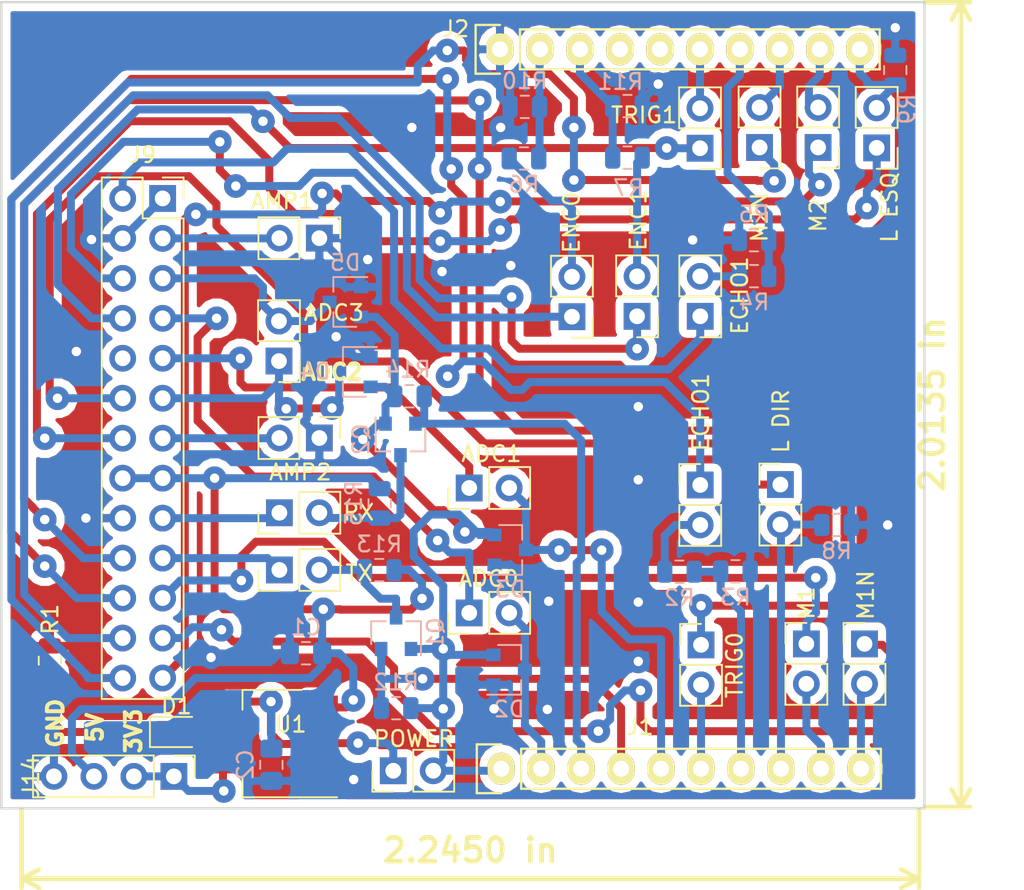
<source format=kicad_pcb>
(kicad_pcb (version 20171130) (host pcbnew 5.0.2+dfsg1-1)
  (title_block (date "lun. 30 mars 2015"))
  (layers (0 F.Cu signal) (31 B.Cu signal) (34 B.Paste user) (35 F.Paste user) (36 B.SilkS user) (37 F.SilkS user) (38 B.Mask user) (39 F.Mask user) (44 Edge.Cuts user))
  (net 0 "")
  (net 1 +5V)
  (net 2 GND)
  (net 3 +3V3)
  (net 4 "Net-(D1-Pad1)")
  (net 5 D0)
  (net 6 AMP1)
  (net 7 ADC3)
  (net 8 Echo1)
  (net 9 ADC0)
  (net 10 Trig1)
  (net 11 ADC1)
  (net 12 "Net-(J9-Pad10)")
  (net 13 ADC2)
  (net 14 R_TCRT)
  (net 15 AMP2)
  (net 16 L_TCRT)
  (net 17 TXB)
  (net 18 RXB)
  (net 19 Trig0)
  (net 20 PWM1)
  (net 21 Echo0)
  (net 22 PWM1N)
  (net 23 D1)
  (net 24 PWM2)
  (net 25 PWM2N)
  (net 26 Tx)
  (net 27 Rx)
  (net 28 P2.6)
  (net 29 P2.7)
  (net 30 TEST)
  (net 31 RST)
  (net 32 P1.7)
  (net 33 P1.6)
  (net 34 P2.5)
  (net 35 P2.4)
  (net 36 P2.3)
  (net 37 P2.2)
  (net 38 P2.1)
  (net 39 P2.0)
  (net 40 P1.5)
  (net 41 P1.4)
  (net 42 P1.3)
  (net 43 P1.2)
  (net 44 P1.0)
  (net 45 P1.1)
  (net 46 "Net-(J24-Pad2)")
  (net 47 "Net-(J21-Pad2)")
  (net 48 "Net-(J10-Pad2)")
  (net 49 "Net-(J12-Pad2)")
  (net 50 "Net-(C2-Pad1)")
  (module Connector_PinHeader_2.54mm:PinHeader_1x02_P2.54mm_Vertical (layer F.Cu) (at 134.62 123.952 90)
    (fp_text reference POWER (at 2.032 1.3081 180) (layer F.SilkS))
    (fp_text value Conn_01x02_Male)
    (pad 2 thru_hole oval (at 0 2.54 90) (size 1.7 1.7) (drill 1) (layers *.Cu *.Mask) (net 3 +3V3))
    (pad 1 thru_hole rect (at 0 0 90) (size 1.7 1.7) (drill 1) (layers *.Cu *.Mask) (net 50 "Net-(C2-Pad1)"))
  )
  (module Connector_PinSocket_2.54mm:PinSocket_2x13_P2.54mm_Vertical (layer F.Cu) (at 119.9642 87.5792)
    (fp_text reference J9 (at -1.27 -2.77) (layer F.SilkS))
    (fp_text value Conn_02x13_Odd_Even)
    (pad 1 thru_hole rect (at 0 0) (size 1.7 1.7) (drill 1) (layers *.Cu *.Mask) (net 2 GND))
    (pad 2 thru_hole oval (at -2.54 0) (size 1.7 1.7) (drill 1) (layers *.Cu *.Mask) (net 5 D0))
    (pad 3 thru_hole oval (at 0 2.54) (size 1.7 1.7) (drill 1) (layers *.Cu *.Mask) (net 6 AMP1))
    (pad 4 thru_hole oval (at -2.54 2.54) (size 1.7 1.7) (drill 1) (layers *.Cu *.Mask) (net 2 GND))
    (pad 5 thru_hole oval (at 0 5.08) (size 1.7 1.7) (drill 1) (layers *.Cu *.Mask) (net 7 ADC3))
    (pad 6 thru_hole oval (at -2.54 5.08) (size 1.7 1.7) (drill 1) (layers *.Cu *.Mask) (net 8 Echo1))
    (pad 7 thru_hole oval (at 0 7.62) (size 1.7 1.7) (drill 1) (layers *.Cu *.Mask) (net 9 ADC0))
    (pad 8 thru_hole oval (at -2.54 7.62) (size 1.7 1.7) (drill 1) (layers *.Cu *.Mask) (net 10 Trig1))
    (pad 9 thru_hole oval (at 0 10.16) (size 1.7 1.7) (drill 1) (layers *.Cu *.Mask) (net 11 ADC1))
    (pad 10 thru_hole oval (at -2.54 10.16) (size 1.7 1.7) (drill 1) (layers *.Cu *.Mask) (net 12 "Net-(J9-Pad10)"))
    (pad 11 thru_hole oval (at 0 12.7) (size 1.7 1.7) (drill 1) (layers *.Cu *.Mask) (net 13 ADC2))
    (pad 12 thru_hole oval (at -2.54 12.7) (size 1.7 1.7) (drill 1) (layers *.Cu *.Mask) (net 14 R_TCRT))
    (pad 13 thru_hole oval (at 0 15.24) (size 1.7 1.7) (drill 1) (layers *.Cu *.Mask) (net 15 AMP2))
    (pad 14 thru_hole oval (at -2.54 15.24) (size 1.7 1.7) (drill 1) (layers *.Cu *.Mask) (net 16 L_TCRT))
    (pad 15 thru_hole oval (at 0 17.78) (size 1.7 1.7) (drill 1) (layers *.Cu *.Mask) (net 1 +5V))
    (pad 16 thru_hole oval (at -2.54 17.78) (size 1.7 1.7) (drill 1) (layers *.Cu *.Mask) (net 1 +5V))
    (pad 17 thru_hole oval (at 0 20.32) (size 1.7 1.7) (drill 1) (layers *.Cu *.Mask) (net 17 TXB))
    (pad 18 thru_hole oval (at -2.54 20.32) (size 1.7 1.7) (drill 1) (layers *.Cu *.Mask) (net 2 GND))
    (pad 19 thru_hole oval (at 0 22.86) (size 1.7 1.7) (drill 1) (layers *.Cu *.Mask) (net 18 RXB))
    (pad 20 thru_hole oval (at -2.54 22.86) (size 1.7 1.7) (drill 1) (layers *.Cu *.Mask) (net 19 Trig0))
    (pad 21 thru_hole oval (at 0 25.4) (size 1.7 1.7) (drill 1) (layers *.Cu *.Mask) (net 20 PWM1))
    (pad 22 thru_hole oval (at -2.54 25.4) (size 1.7 1.7) (drill 1) (layers *.Cu *.Mask) (net 21 Echo0))
    (pad 23 thru_hole oval (at 0 27.94) (size 1.7 1.7) (drill 1) (layers *.Cu *.Mask) (net 22 PWM1N))
    (pad 24 thru_hole oval (at -2.54 27.94) (size 1.7 1.7) (drill 1) (layers *.Cu *.Mask) (net 23 D1))
    (pad 25 thru_hole oval (at 0 30.48) (size 1.7 1.7) (drill 1) (layers *.Cu *.Mask) (net 24 PWM2))
    (pad 26 thru_hole oval (at -2.54 30.48) (size 1.7 1.7) (drill 1) (layers *.Cu *.Mask) (net 25 PWM2N))
  )
  (module Package_TO_SOT_SMD:SOT-223-3_TabPin2 (layer F.Cu) (at 126.9492 122.2248 180)
    (fp_text reference U1 (at -1.1557 1.2192 180) (layer F.SilkS))
    (fp_text value NCP1117-3.3_SOT223)
    (pad 2 smd rect (at 3.15 0 180) (size 2 3.8) (layers F.Cu F.Paste F.Mask) (net 50 "Net-(C2-Pad1)"))
    (pad 2 smd rect (at -3.15 0 180) (size 2 1.5) (layers F.Cu F.Paste F.Mask) (net 50 "Net-(C2-Pad1)"))
    (pad 3 smd rect (at -3.15 2.3 180) (size 2 1.5) (layers F.Cu F.Paste F.Mask) (net 1 +5V))
    (pad 1 smd rect (at -3.15 -2.3 180) (size 2 1.5) (layers F.Cu F.Paste F.Mask) (net 2 GND))
  )
  (module Package_TO_SOT_SMD:SOT-23 (layer B.Cu) (at 134.798316 115.211172 90)
    (fp_text reference Q1 (at 0 2.5 90) (layer B.SilkS) (effects (justify mirror)))
    (fp_text value 2N7002)
    (pad 3 smd rect (at 1 0 90) (size 0.9 0.8) (layers B.Cu B.Paste B.Mask) (net 26 Tx))
    (pad 2 smd rect (at -1 -0.95 90) (size 0.9 0.8) (layers B.Cu B.Paste B.Mask) (net 43 P1.2))
    (pad 1 smd rect (at -1 0.95 90) (size 0.9 0.8) (layers B.Cu B.Paste B.Mask) (net 3 +3V3))
  )
  (module Package_TO_SOT_SMD:SOT-23 (layer B.Cu) (at 135.0772 102.8954 270)
    (fp_text reference Q2 (at 0 2.5 270) (layer B.SilkS) (effects (justify mirror)))
    (fp_text value 2N7002)
    (pad 1 smd rect (at -1 0.95 270) (size 0.9 0.8) (layers B.Cu B.Paste B.Mask) (net 3 +3V3))
    (pad 2 smd rect (at -1 -0.95 270) (size 0.9 0.8) (layers B.Cu B.Paste B.Mask) (net 45 P1.1))
    (pad 3 smd rect (at 1 0 270) (size 0.9 0.8) (layers B.Cu B.Paste B.Mask) (net 27 Rx))
  )
  (module Package_TO_SOT_SMD:SOT-23 (layer B.Cu) (at 141.986 117.5385)
    (fp_text reference D2 (at 0 2.5) (layer B.SilkS) (effects (justify mirror)))
    (fp_text value BAT54S)
    (pad 3 smd rect (at 1 0) (size 0.9 0.8) (layers B.Cu B.Paste B.Mask) (net 44 P1.0))
    (pad 2 smd rect (at -1 -0.95) (size 0.9 0.8) (layers B.Cu B.Paste B.Mask) (net 3 +3V3))
    (pad 1 smd rect (at -1 0.95) (size 0.9 0.8) (layers B.Cu B.Paste B.Mask) (net 2 GND))
  )
  (module Package_TO_SOT_SMD:SOT-23 (layer B.Cu) (at 142.0495 109.9185)
    (fp_text reference D3 (at 0 2.5) (layer B.SilkS) (effects (justify mirror)))
    (fp_text value BAT54S)
    (pad 1 smd rect (at -1 0.95) (size 0.9 0.8) (layers B.Cu B.Paste B.Mask) (net 2 GND))
    (pad 2 smd rect (at -1 -0.95) (size 0.9 0.8) (layers B.Cu B.Paste B.Mask) (net 3 +3V3))
    (pad 3 smd rect (at 1 0) (size 0.9 0.8) (layers B.Cu B.Paste B.Mask) (net 42 P1.3))
  )
  (module Package_TO_SOT_SMD:SOT-23 (layer B.Cu) (at 132.1816 98.6028 180)
    (fp_text reference D4 (at 2.54 0.0381 180) (layer B.SilkS) (effects (justify mirror)))
    (fp_text value BAT54S)
    (pad 3 smd rect (at 1 0 180) (size 0.9 0.8) (layers B.Cu B.Paste B.Mask) (net 13 ADC2))
    (pad 2 smd rect (at -1 -0.95 180) (size 0.9 0.8) (layers B.Cu B.Paste B.Mask) (net 3 +3V3))
    (pad 1 smd rect (at -1 0.95 180) (size 0.9 0.8) (layers B.Cu B.Paste B.Mask) (net 2 GND))
  )
  (module Package_TO_SOT_SMD:SOT-23 (layer B.Cu) (at 131.572 94.1578 180)
    (fp_text reference D5 (at 0 2.5 180) (layer B.SilkS) (effects (justify mirror)))
    (fp_text value BAT54S)
    (pad 1 smd rect (at -1 0.95 180) (size 0.9 0.8) (layers B.Cu B.Paste B.Mask) (net 2 GND))
    (pad 2 smd rect (at -1 -0.95 180) (size 0.9 0.8) (layers B.Cu B.Paste B.Mask) (net 3 +3V3))
    (pad 3 smd rect (at 1 0 180) (size 0.9 0.8) (layers B.Cu B.Paste B.Mask) (net 7 ADC3))
  )
  (module Resistor_SMD:R_0805_2012Metric (layer B.Cu) (at 134.798316 119.973672 180)
    (fp_text reference R12 (at 0 1.65 180) (layer B.SilkS) (effects (justify mirror)))
    (fp_text value 2k2)
    (pad 2 smd roundrect (at 0.9375 0 180) (size 0.975 1.4) (layers B.Cu B.Paste B.Mask) (net 43 P1.2))
    (pad 1 smd roundrect (at -0.9375 0 180) (size 0.975 1.4) (layers B.Cu B.Paste B.Mask) (net 3 +3V3))
  )
  (module Resistor_SMD:R_0805_2012Metric (layer B.Cu) (at 157.5435 92.5195)
    (fp_text reference R4 (at 0 1.65) (layer B.SilkS) (effects (justify mirror)))
    (fp_text value 10k)
    (pad 1 smd roundrect (at -0.9375 0) (size 0.975 1.4) (layers B.Cu B.Paste B.Mask) (net 49 "Net-(J12-Pad2)"))
    (pad 2 smd roundrect (at 0.9375 0) (size 0.975 1.4) (layers B.Cu B.Paste B.Mask) (net 33 P1.6))
  )
  (module Resistor_SMD:R_0805_2012Metric (layer B.Cu) (at 157.5435 90.2335 180)
    (fp_text reference R5 (at 0 1.65 180) (layer B.SilkS) (effects (justify mirror)))
    (fp_text value 20K)
    (pad 2 smd roundrect (at 0.9375 0 180) (size 0.975 1.4) (layers B.Cu B.Paste B.Mask) (net 2 GND))
    (pad 1 smd roundrect (at -0.9375 0 180) (size 0.975 1.4) (layers B.Cu B.Paste B.Mask) (net 33 P1.6))
  )
  (module Resistor_SMD:R_0805_2012Metric (layer B.Cu) (at 152.8064 111.3028)
    (fp_text reference R2 (at 0 1.65) (layer B.SilkS) (effects (justify mirror)))
    (fp_text value 10k)
    (pad 1 smd roundrect (at -0.9375 0) (size 0.975 1.4) (layers B.Cu B.Paste B.Mask) (net 48 "Net-(J10-Pad2)"))
    (pad 2 smd roundrect (at 0.9375 0) (size 0.975 1.4) (layers B.Cu B.Paste B.Mask) (net 40 P1.5))
  )
  (module Resistor_SMD:R_0805_2012Metric (layer B.Cu) (at 142.9258 85.0392)
    (fp_text reference R6 (at 0 1.65) (layer B.SilkS) (effects (justify mirror)))
    (fp_text value 10k)
    (pad 2 smd roundrect (at 0.9375 0) (size 0.975 1.4) (layers B.Cu B.Paste B.Mask) (net 28 P2.6))
    (pad 1 smd roundrect (at -0.9375 0) (size 0.975 1.4) (layers B.Cu B.Paste B.Mask) (net 47 "Net-(J21-Pad2)"))
  )
  (module Resistor_SMD:R_0805_2012Metric (layer B.Cu) (at 149.5021 84.9884 180)
    (fp_text reference R7 (at -0.0658 -1.9177 180) (layer B.SilkS) (effects (justify mirror)))
    (fp_text value 10k)
    (pad 1 smd roundrect (at -0.9375 0 180) (size 0.975 1.4) (layers B.Cu B.Paste B.Mask) (net 46 "Net-(J24-Pad2)"))
    (pad 2 smd roundrect (at 0.9375 0 180) (size 0.975 1.4) (layers B.Cu B.Paste B.Mask) (net 29 P2.7))
  )
  (module Resistor_SMD:R_0805_2012Metric (layer B.Cu) (at 162.7909 108.331)
    (fp_text reference R8 (at 0 1.65) (layer B.SilkS) (effects (justify mirror)))
    (fp_text value 20K)
    (pad 2 smd roundrect (at 0.9375 0) (size 0.975 1.4) (layers B.Cu B.Paste B.Mask) (net 2 GND))
    (pad 1 smd roundrect (at -0.9375 0) (size 0.975 1.4) (layers B.Cu B.Paste B.Mask) (net 39 P2.0))
  )
  (module Resistor_SMD:R_0805_2012Metric (layer B.Cu) (at 166.5224 79.4281 90)
    (fp_text reference R9 (at -2.4742 0.7493 90) (layer B.SilkS) (effects (justify mirror)))
    (fp_text value 20K)
    (pad 1 smd roundrect (at -0.9375 0 90) (size 0.975 1.4) (layers B.Cu B.Paste B.Mask) (net 36 P2.3))
    (pad 2 smd roundrect (at 0.9375 0 90) (size 0.975 1.4) (layers B.Cu B.Paste B.Mask) (net 2 GND))
  )
  (module Resistor_SMD:R_0805_2012Metric (layer B.Cu) (at 142.9789 81.7626 180)
    (fp_text reference R10 (at 0 1.65 180) (layer B.SilkS) (effects (justify mirror)))
    (fp_text value 20K)
    (pad 2 smd roundrect (at 0.9375 0 180) (size 0.975 1.4) (layers B.Cu B.Paste B.Mask) (net 2 GND))
    (pad 1 smd roundrect (at -0.9375 0 180) (size 0.975 1.4) (layers B.Cu B.Paste B.Mask) (net 28 P2.6))
  )
  (module Resistor_SMD:R_0805_2012Metric (layer B.Cu) (at 149.5044 81.7118)
    (fp_text reference R11 (at -0.4572 -1.5494) (layer B.SilkS) (effects (justify mirror)))
    (fp_text value 20K)
    (pad 1 smd roundrect (at -0.9375 0) (size 0.975 1.4) (layers B.Cu B.Paste B.Mask) (net 29 P2.7))
    (pad 2 smd roundrect (at 0.9375 0) (size 0.975 1.4) (layers B.Cu B.Paste B.Mask) (net 2 GND))
  )
  (module Resistor_SMD:R_0805_2012Metric (layer B.Cu) (at 133.7333 111.2012 180)
    (fp_text reference R13 (at 0 1.65 180) (layer B.SilkS) (effects (justify mirror)))
    (fp_text value 2k2)
    (pad 2 smd roundrect (at 0.9375 0 180) (size 0.975 1.4) (layers B.Cu B.Paste B.Mask) (net 26 Tx))
    (pad 1 smd roundrect (at -0.9375 0 180) (size 0.975 1.4) (layers B.Cu B.Paste B.Mask) (net 1 +5V))
  )
  (module Resistor_SMD:R_0805_2012Metric (layer B.Cu) (at 135.6487 100.1522)
    (fp_text reference R14 (at -0.1016 -1.7018) (layer B.SilkS) (effects (justify mirror)))
    (fp_text value 2k2)
    (pad 1 smd roundrect (at -0.9375 0) (size 0.975 1.4) (layers B.Cu B.Paste B.Mask) (net 3 +3V3))
    (pad 2 smd roundrect (at 0.9375 0) (size 0.975 1.4) (layers B.Cu B.Paste B.Mask) (net 45 P1.1))
  )
  (module Resistor_SMD:R_0805_2012Metric (layer B.Cu) (at 133.7564 106.9594 270)
    (fp_text reference R15 (at 0 1.65 270) (layer B.SilkS) (effects (justify mirror)))
    (fp_text value 2k2)
    (pad 2 smd roundrect (at 0.9375 0 270) (size 0.975 1.4) (layers B.Cu B.Paste B.Mask) (net 27 Rx))
    (pad 1 smd roundrect (at -0.9375 0 270) (size 0.975 1.4) (layers B.Cu B.Paste B.Mask) (net 1 +5V))
  )
  (module Resistor_SMD:R_0805_2012Metric (layer B.Cu) (at 156.3624 111.2774)
    (fp_text reference R3 (at 0 1.65) (layer B.SilkS) (effects (justify mirror)))
    (fp_text value 20K)
    (pad 1 smd roundrect (at -0.9375 0) (size 0.975 1.4) (layers B.Cu B.Paste B.Mask) (net 40 P1.5))
    (pad 2 smd roundrect (at 0.9375 0) (size 0.975 1.4) (layers B.Cu B.Paste B.Mask) (net 2 GND))
  )
  (module Connector_PinHeader_2.54mm:PinHeader_1x02_P2.54mm_Vertical (layer F.Cu) (at 139.446 105.9815 90)
    (fp_text reference ADC1 (at 2.1717 1.4097 180) (layer F.SilkS))
    (fp_text value Conn_01x02_Male)
    (pad 2 thru_hole oval (at 0 2.54 90) (size 1.7 1.7) (drill 1) (layers *.Cu *.Mask) (net 42 P1.3))
    (pad 1 thru_hole rect (at 0 0 90) (size 1.7 1.7) (drill 1) (layers *.Cu *.Mask) (net 11 ADC1))
  )
  (module Connector_PinHeader_2.54mm:PinHeader_1x02_P2.54mm_Vertical (layer F.Cu) (at 139.446 113.919 90)
    (fp_text reference ADC0 (at 2.1717 1.2319 180) (layer F.SilkS))
    (fp_text value Conn_01x02_Male)
    (pad 1 thru_hole rect (at 0 0 90) (size 1.7 1.7) (drill 1) (layers *.Cu *.Mask) (net 9 ADC0))
    (pad 2 thru_hole oval (at 0 2.54 90) (size 1.7 1.7) (drill 1) (layers *.Cu *.Mask) (net 44 P1.0))
  )
  (module Socket_Arduino_Uno:Socket_Strip_Arduino_1x10 (layer F.Cu) (at 141.4018 78.105)
    (fp_text reference J2 (at -2.8194 -1.2954) (layer F.SilkS))
    (fp_text value Digital)
    (pad 10 thru_hole oval (at 22.86 0) (size 1.7272 2.032) (drill 1.016) (layers *.Cu *.Mask F.SilkS) (net 36 P2.3))
    (pad 9 thru_hole oval (at 20.32 0) (size 1.7272 2.032) (drill 1.016) (layers *.Cu *.Mask F.SilkS) (net 35 P2.4))
    (pad 8 thru_hole oval (at 17.78 0) (size 1.7272 2.032) (drill 1.016) (layers *.Cu *.Mask F.SilkS) (net 34 P2.5))
    (pad 7 thru_hole oval (at 15.24 0) (size 1.7272 2.032) (drill 1.016) (layers *.Cu *.Mask F.SilkS) (net 33 P1.6))
    (pad 6 thru_hole oval (at 12.7 0) (size 1.7272 2.032) (drill 1.016) (layers *.Cu *.Mask F.SilkS) (net 32 P1.7))
    (pad 5 thru_hole oval (at 10.16 0) (size 1.7272 2.032) (drill 1.016) (layers *.Cu *.Mask F.SilkS) (net 31 RST))
    (pad 4 thru_hole oval (at 7.62 0) (size 1.7272 2.032) (drill 1.016) (layers *.Cu *.Mask F.SilkS) (net 30 TEST))
    (pad 3 thru_hole oval (at 5.08 0) (size 1.7272 2.032) (drill 1.016) (layers *.Cu *.Mask F.SilkS) (net 29 P2.7))
    (pad 2 thru_hole oval (at 2.54 0) (size 1.7272 2.032) (drill 1.016) (layers *.Cu *.Mask F.SilkS) (net 28 P2.6))
    (pad 1 thru_hole oval (at 0 0) (size 1.7272 2.032) (drill 1.016) (layers *.Cu *.Mask F.SilkS) (net 2 GND))
  )
  (module Socket_Arduino_Uno:Socket_Strip_Arduino_1x10 (layer F.Cu) (at 141.478 123.825)
    (fp_text reference J1 (at 8.8265 -2.667) (layer F.SilkS))
    (fp_text value Digital)
    (pad 1 thru_hole oval (at 0 0) (size 1.7272 2.032) (drill 1.016) (layers *.Cu *.Mask F.SilkS) (net 3 +3V3))
    (pad 2 thru_hole oval (at 2.54 0) (size 1.7272 2.032) (drill 1.016) (layers *.Cu *.Mask F.SilkS) (net 44 P1.0))
    (pad 3 thru_hole oval (at 5.08 0) (size 1.7272 2.032) (drill 1.016) (layers *.Cu *.Mask F.SilkS) (net 45 P1.1))
    (pad 4 thru_hole oval (at 7.62 0) (size 1.7272 2.032) (drill 1.016) (layers *.Cu *.Mask F.SilkS) (net 43 P1.2))
    (pad 5 thru_hole oval (at 10.16 0) (size 1.7272 2.032) (drill 1.016) (layers *.Cu *.Mask F.SilkS) (net 42 P1.3))
    (pad 6 thru_hole oval (at 12.7 0) (size 1.7272 2.032) (drill 1.016) (layers *.Cu *.Mask F.SilkS) (net 41 P1.4))
    (pad 7 thru_hole oval (at 15.24 0) (size 1.7272 2.032) (drill 1.016) (layers *.Cu *.Mask F.SilkS) (net 40 P1.5))
    (pad 8 thru_hole oval (at 17.78 0) (size 1.7272 2.032) (drill 1.016) (layers *.Cu *.Mask F.SilkS) (net 39 P2.0))
    (pad 9 thru_hole oval (at 20.32 0) (size 1.7272 2.032) (drill 1.016) (layers *.Cu *.Mask F.SilkS) (net 38 P2.1))
    (pad 10 thru_hole oval (at 22.86 0) (size 1.7272 2.032) (drill 1.016) (layers *.Cu *.Mask F.SilkS) (net 37 P2.2))
  )
  (module Capacitor_SMD:C_0805_2012Metric_Pad1.15x1.40mm_HandSolder (layer B.Cu) (at 126.873 123.571 270)
    (fp_text reference C2 (at 0 1.65 270) (layer B.SilkS) (effects (justify mirror)))
    (fp_text value 100n)
    (pad 2 smd roundrect (at 1.025 0 270) (size 1.15 1.4) (layers B.Cu B.Paste B.Mask) (roundrect_rratio 0.217391) (net 2 GND))
    (pad 1 smd roundrect (at -1.025 0 270) (size 1.15 1.4) (layers B.Cu B.Paste B.Mask) (roundrect_rratio 0.217391) (net 50 "Net-(C2-Pad1)"))
  )
  (module Capacitor_SMD:C_0805_2012Metric_Pad1.15x1.40mm_HandSolder (layer B.Cu) (at 129.0738 116.4844 180)
    (fp_text reference C1 (at 0 1.65 180) (layer B.SilkS) (effects (justify mirror)))
    (fp_text value 100n)
    (pad 1 smd roundrect (at -1.025 0 180) (size 1.15 1.4) (layers B.Cu B.Paste B.Mask) (roundrect_rratio 0.217391) (net 1 +5V))
    (pad 2 smd roundrect (at 1.025 0 180) (size 1.15 1.4) (layers B.Cu B.Paste B.Mask) (roundrect_rratio 0.217391) (net 2 GND))
  )
  (module Connector_PinHeader_2.54mm:PinHeader_1x02_P2.54mm_Vertical (layer F.Cu) (at 150.114 95.0722 180)
    (fp_text reference ENC1 (at -0.0762 6.1214 270) (layer F.SilkS))
    (fp_text value Conn_01x02_Male)
    (pad 2 thru_hole oval (at 0 2.54 180) (size 1.7 1.7) (drill 1) (layers *.Cu *.Mask) (net 46 "Net-(J24-Pad2)"))
    (pad 1 thru_hole rect (at 0 0 180) (size 1.7 1.7) (drill 1) (layers *.Cu *.Mask) (net 23 D1))
  )
  (module Connector_PinHeader_2.54mm:PinHeader_1x02_P2.54mm_Vertical (layer F.Cu) (at 127.381 107.5563 90)
    (fp_text reference RX (at 0.0254 5.0419 180) (layer F.SilkS))
    (fp_text value Conn_01x02_Male)
    (pad 1 thru_hole rect (at 0 0 90) (size 1.7 1.7) (drill 1) (layers *.Cu *.Mask) (net 17 TXB))
    (pad 2 thru_hole oval (at 0 2.54 90) (size 1.7 1.7) (drill 1) (layers *.Cu *.Mask) (net 27 Rx))
  )
  (module Connector_PinHeader_2.54mm:PinHeader_1x02_P2.54mm_Vertical (layer F.Cu) (at 127.381 111.1885 90)
    (fp_text reference TX (at -0.2032 5.0673 180) (layer F.SilkS))
    (fp_text value Conn_01x02_Male)
    (pad 2 thru_hole oval (at 0 2.54 90) (size 1.7 1.7) (drill 1) (layers *.Cu *.Mask) (net 26 Tx))
    (pad 1 thru_hole rect (at 0 0 90) (size 1.7 1.7) (drill 1) (layers *.Cu *.Mask) (net 18 RXB))
  )
  (module Connector_PinHeader_2.54mm:PinHeader_1x02_P2.54mm_Vertical (layer F.Cu) (at 145.9738 95.0976 180)
    (fp_text reference ENC0 (at 0.0254 5.9944 270) (layer F.SilkS))
    (fp_text value Conn_01x02_Male)
    (pad 1 thru_hole rect (at 0 0 180) (size 1.7 1.7) (drill 1) (layers *.Cu *.Mask) (net 5 D0))
    (pad 2 thru_hole oval (at 0 2.54 180) (size 1.7 1.7) (drill 1) (layers *.Cu *.Mask) (net 47 "Net-(J21-Pad2)"))
  )
  (module Connector_PinHeader_2.54mm:PinHeader_1x02_P2.54mm_Vertical (layer F.Cu) (at 165.3413 84.3661 180)
    (fp_text reference "L ESQ" (at -0.8128 -3.7846 270) (layer F.SilkS))
    (fp_text value Conn_01x02_Male)
    (pad 2 thru_hole oval (at 0 2.54 180) (size 1.7 1.7) (drill 1) (layers *.Cu *.Mask) (net 36 P2.3))
    (pad 1 thru_hole rect (at 0 0 180) (size 1.7 1.7) (drill 1) (layers *.Cu *.Mask) (net 16 L_TCRT))
  )
  (module Connector_PinHeader_2.54mm:PinHeader_1x02_P2.54mm_Vertical (layer F.Cu) (at 154.1272 95.0722 180)
    (fp_text reference ECHO1 (at -2.5146 1.3208 270) (layer F.SilkS))
    (fp_text value Conn_01x02_Male)
    (pad 1 thru_hole rect (at 0 0 180) (size 1.7 1.7) (drill 1) (layers *.Cu *.Mask) (net 8 Echo1))
    (pad 2 thru_hole oval (at 0 2.54 180) (size 1.7 1.7) (drill 1) (layers *.Cu *.Mask) (net 49 "Net-(J12-Pad2)"))
  )
  (module Connector_PinHeader_2.54mm:PinHeader_1x02_P2.54mm_Vertical (layer F.Cu) (at 159.2199 105.7656)
    (fp_text reference "L DIR" (at 0.0381 -4.0259 90) (layer F.SilkS))
    (fp_text value Conn_01x02_Male)
    (pad 2 thru_hole oval (at 0 2.54) (size 1.7 1.7) (drill 1) (layers *.Cu *.Mask) (net 39 P2.0))
    (pad 1 thru_hole rect (at 0 0) (size 1.7 1.7) (drill 1) (layers *.Cu *.Mask) (net 14 R_TCRT))
  )
  (module Connector_PinHeader_2.54mm:PinHeader_1x02_P2.54mm_Vertical (layer F.Cu) (at 157.8991 84.3407 180)
    (fp_text reference M2N (at 0.0127 -4.445 270) (layer F.SilkS))
    (fp_text value Conn_01x02_Male)
    (pad 1 thru_hole rect (at 0 0 180) (size 1.7 1.7) (drill 1) (layers *.Cu *.Mask) (net 25 PWM2N))
    (pad 2 thru_hole oval (at 0 2.54 180) (size 1.7 1.7) (drill 1) (layers *.Cu *.Mask) (net 34 P2.5))
  )
  (module Connector_PinHeader_2.54mm:PinHeader_1x02_P2.54mm_Vertical (layer F.Cu) (at 164.5666 115.8875)
    (fp_text reference M1N (at 0.0762 -3.0988 90) (layer F.SilkS))
    (fp_text value Conn_01x02_Male)
    (pad 2 thru_hole oval (at 0 2.54) (size 1.7 1.7) (drill 1) (layers *.Cu *.Mask) (net 37 P2.2))
    (pad 1 thru_hole rect (at 0 0) (size 1.7 1.7) (drill 1) (layers *.Cu *.Mask) (net 22 PWM1N))
  )
  (module Connector_PinHeader_2.54mm:PinHeader_1x02_P2.54mm_Vertical (layer F.Cu) (at 160.8709 115.8875)
    (fp_text reference M1 (at 0 -2.5908 90) (layer F.SilkS))
    (fp_text value Conn_01x02_Male)
    (pad 1 thru_hole rect (at 0 0) (size 1.7 1.7) (drill 1) (layers *.Cu *.Mask) (net 20 PWM1))
    (pad 2 thru_hole oval (at 0 2.54) (size 1.7 1.7) (drill 1) (layers *.Cu *.Mask) (net 38 P2.1))
  )
  (module Connector_PinHeader_2.54mm:PinHeader_1x02_P2.54mm_Vertical (layer F.Cu) (at 154.1145 84.3915 180)
    (fp_text reference TRIG1 (at 3.556 2.1082) (layer F.SilkS))
    (fp_text value Conn_01x02_Male)
    (pad 2 thru_hole oval (at 0 2.54 180) (size 1.7 1.7) (drill 1) (layers *.Cu *.Mask) (net 32 P1.7))
    (pad 1 thru_hole rect (at 0 0 180) (size 1.7 1.7) (drill 1) (layers *.Cu *.Mask) (net 10 Trig1))
  )
  (module Connector_PinHeader_2.54mm:PinHeader_1x02_P2.54mm_Vertical (layer F.Cu) (at 154.178 115.951)
    (fp_text reference TRIG0 (at 2.1336 1.2954 90) (layer F.SilkS))
    (fp_text value Conn_01x02_Male)
    (pad 1 thru_hole rect (at 0 0) (size 1.7 1.7) (drill 1) (layers *.Cu *.Mask) (net 19 Trig0))
    (pad 2 thru_hole oval (at 0 2.54) (size 1.7 1.7) (drill 1) (layers *.Cu *.Mask) (net 41 P1.4))
  )
  (module Connector_PinHeader_2.54mm:PinHeader_1x02_P2.54mm_Vertical (layer F.Cu) (at 154.1272 105.791)
    (fp_text reference ECHO1 (at 0.0381 -4.6228 90) (layer F.SilkS))
    (fp_text value Conn_01x02_Male)
    (pad 2 thru_hole oval (at 0 2.54) (size 1.7 1.7) (drill 1) (layers *.Cu *.Mask) (net 48 "Net-(J10-Pad2)"))
    (pad 1 thru_hole rect (at 0 0) (size 1.7 1.7) (drill 1) (layers *.Cu *.Mask) (net 21 Echo0))
  )
  (module Connector_PinHeader_2.54mm:PinHeader_1x02_P2.54mm_Vertical (layer F.Cu) (at 127.3556 97.917 180)
    (fp_text reference ADC3 (at -3.4925 3.0734 180) (layer F.SilkS))
    (fp_text value Conn_01x02_Male)
    (pad 1 thru_hole rect (at 0 0 180) (size 1.7 1.7) (drill 1) (layers *.Cu *.Mask) (net 13 ADC2))
    (pad 2 thru_hole oval (at 0 2.54 180) (size 1.7 1.7) (drill 1) (layers *.Cu *.Mask) (net 7 ADC3))
  )
  (module Connector_PinHeader_2.54mm:PinHeader_1x02_P2.54mm_Vertical (layer F.Cu) (at 129.921 102.8065 270)
    (fp_text reference AMP2 (at 2.1717 1.2065) (layer F.SilkS))
    (fp_text value Conn_01x02_Male)
    (pad 2 thru_hole oval (at 0 2.54 270) (size 1.7 1.7) (drill 1) (layers *.Cu *.Mask) (net 15 AMP2))
    (pad 1 thru_hole rect (at 0 0 270) (size 1.7 1.7) (drill 1) (layers *.Cu *.Mask) (net 2 GND))
  )
  (module Connector_PinHeader_2.54mm:PinHeader_1x02_P2.54mm_Vertical (layer F.Cu) (at 129.921 90.1065 270)
    (fp_text reference AMP1 (at -2.3622 2.3622) (layer F.SilkS))
    (fp_text value Conn_01x02_Male)
    (pad 1 thru_hole rect (at 0 0 270) (size 1.7 1.7) (drill 1) (layers *.Cu *.Mask) (net 2 GND))
    (pad 2 thru_hole oval (at 0 2.54 270) (size 1.7 1.7) (drill 1) (layers *.Cu *.Mask) (net 6 AMP1))
  )
  (module Connector_PinHeader_2.54mm:PinHeader_1x02_P2.54mm_Vertical (layer F.Cu) (at 161.6202 84.3407 180)
    (fp_text reference M2 (at 0 -4.3434 270) (layer F.SilkS))
    (fp_text value Conn_01x02_Male)
    (pad 1 thru_hole rect (at 0 0 180) (size 1.7 1.7) (drill 1) (layers *.Cu *.Mask) (net 24 PWM2))
    (pad 2 thru_hole oval (at 0 2.54 180) (size 1.7 1.7) (drill 1) (layers *.Cu *.Mask) (net 35 P2.4))
  )
  (module Connector_PinHeader_2.54mm:PinHeader_1x04_P2.54mm_Vertical (layer F.Cu) (at 120.6754 124.3076 270)
    (fp_text reference J14 (at 0.0381 9.0805 90) (layer F.SilkS))
    (fp_text value Conn_01x04_Male)
    (pad 1 thru_hole rect (at 0 0 270) (size 1.7 1.7) (drill 1) (layers *.Cu *.Mask) (net 50 "Net-(C2-Pad1)"))
    (pad 2 thru_hole oval (at 0 2.54 270) (size 1.7 1.7) (drill 1) (layers *.Cu *.Mask) (net 50 "Net-(C2-Pad1)"))
    (pad 3 thru_hole oval (at 0 5.08 270) (size 1.7 1.7) (drill 1) (layers *.Cu *.Mask) (net 1 +5V))
    (pad 4 thru_hole oval (at 0 7.62 270) (size 1.7 1.7) (drill 1) (layers *.Cu *.Mask) (net 2 GND))
  )
  (module LED_SMD:LED_0805_2012Metric (layer F.Cu) (at 120.8405 121.4882)
    (fp_text reference D1 (at 0 -1.65) (layer F.SilkS))
    (fp_text value LED)
    (pad 1 smd roundrect (at -0.9375 0) (size 0.975 1.4) (layers F.Cu F.Paste F.Mask) (net 4 "Net-(D1-Pad1)"))
    (pad 2 smd roundrect (at 0.9375 0) (size 0.975 1.4) (layers F.Cu F.Paste F.Mask) (net 50 "Net-(C2-Pad1)"))
  )
  (module Resistor_SMD:R_0805_2012Metric (layer F.Cu) (at 112.8014 116.9543 90)
    (fp_text reference R1 (at 2.6289 0.0127 90) (layer F.SilkS))
    (fp_text value R)
    (pad 1 smd roundrect (at -0.9375 0 90) (size 0.975 1.4) (layers F.Cu F.Paste F.Mask) (net 4 "Net-(D1-Pad1)"))
    (pad 2 smd roundrect (at 0.9375 0 90) (size 0.975 1.4) (layers F.Cu F.Paste F.Mask) (net 2 GND))
  )
  (gr_text 3V3 (at 118.11 121.4247 90) (layer F.SilkS) (effects (font (size 1 1) (thickness 0.25))))
  (gr_text 5V (at 115.6589 121.2088 90) (layer F.SilkS) (effects (font (size 1 1) (thickness 0.25))))
  (gr_text GND (at 113.157 120.9294 90) (layer F.SilkS) (effects (font (size 1 1) (thickness 0.25))))
  (gr_text ADC2 (at 130.7211 98.6155) (layer F.SilkS) (effects (font (size 1 1) (thickness 0.25))))
  (dimension 51.142939 (width 0.3) (layer F.SilkS) (gr_text "51.143 mm" (at 172.788 100.691969 270) (layer F.SilkS) (effects (font (size 1.5 1.5) (thickness 0.3)))) (feature1 (pts (xy 168.3766 126.263439) (xy 171.274421 126.263439))) (feature2 (pts (xy 168.3766 75.1205) (xy 171.274421 75.1205))) (crossbar (pts (xy 170.688 75.1205) (xy 170.688 126.263439))) (arrow1a (pts (xy 170.688 126.263439) (xy 170.101579 125.136935))) (arrow1b (pts (xy 170.688 126.263439) (xy 171.274421 125.136935))) (arrow2a (pts (xy 170.688 75.1205) (xy 170.101579 76.247004))) (arrow2b (pts (xy 170.688 75.1205) (xy 171.274421 76.247004))))
  (gr_line (start 168.3766 75.1078) (end 109.7026 75.1078) (layer Edge.Cuts) (width 0.15))
  (gr_line (start 109.7153 126.3396) (end 168.3766 126.3396) (layer Edge.Cuts) (width 0.15))
  (gr_line (start 168.3766 126.3396) (end 168.3766 75.1078) (layer Edge.Cuts) (width 0.15))
  (dimension 57.023 (width 0.3) (layer F.SilkS) (gr_text "57.023 mm" (at 139.5095 132.91) (layer F.SilkS) (effects (font (size 1.5 1.5) (thickness 0.3)))) (feature1 (pts (xy 168.021 126.365) (xy 168.021 131.396421))) (feature2 (pts (xy 110.998 126.365) (xy 110.998 131.396421))) (crossbar (pts (xy 110.998 130.81) (xy 168.021 130.81))) (arrow1a (pts (xy 168.021 130.81) (xy 166.894496 131.396421))) (arrow1b (pts (xy 168.021 130.81) (xy 166.894496 130.223579))) (arrow2a (pts (xy 110.998 130.81) (xy 112.124504 131.396421))) (arrow2b (pts (xy 110.998 130.81) (xy 112.124504 130.223579))))
  (gr_line (start 109.7153 75.1078) (end 109.7153 126.3396) (angle 90) (layer Edge.Cuts) (width 0.15))
  (segment (start 133.0937 105.3592) (end 133.7564 106.0219) (width 0.508) (layer B.Cu) (net 1))
  (segment (start 130.0988 116.4844) (end 130.0988 115.6844) (width 0.508) (layer B.Cu) (net 1))
  (via (at 130.175 113.6904) (size 1.5) (drill 0.6) (layers F.Cu B.Cu) (net 1))
  (segment (start 130.0988 115.6844) (end 130.0988 113.7666) (width 0.508) (layer B.Cu) (net 1))
  (segment (start 130.0988 113.7666) (end 130.175 113.6904) (width 0.508) (layer B.Cu) (net 1))
  (segment (start 130.175 113.6904) (end 123.8504 113.6904) (width 0.508) (layer F.Cu) (net 1))
  (via (at 123.2662 105.3592) (size 1.5) (drill 0.6) (layers F.Cu B.Cu) (net 1))
  (segment (start 123.2662 113.1062) (end 123.2662 105.3592) (width 0.508) (layer F.Cu) (net 1))
  (segment (start 123.8504 113.6904) (end 123.2662 113.1062) (width 0.508) (layer F.Cu) (net 1))
  (segment (start 119.9642 105.3592) (end 123.2662 105.3592) (width 0.508) (layer B.Cu) (net 1))
  (segment (start 123.2662 105.3592) (end 133.0937 105.3592) (width 0.508) (layer B.Cu) (net 1))
  (segment (start 131.6072 119.9248) (end 132.08 119.452) (width 0.508) (layer F.Cu) (net 1))
  (segment (start 130.0992 119.9248) (end 131.6072 119.9248) (width 0.508) (layer F.Cu) (net 1))
  (via (at 132.08 119.452) (size 1.5) (drill 0.6) (layers F.Cu B.Cu) (net 1))
  (segment (start 132.08 119.452) (end 132.08 117.3734) (width 0.508) (layer B.Cu) (net 1))
  (segment (start 131.191 116.4844) (end 130.0988 116.4844) (width 0.508) (layer B.Cu) (net 1))
  (segment (start 132.08 117.3734) (end 131.191 116.4844) (width 0.508) (layer B.Cu) (net 1))
  (segment (start 131.23566 113.6904) (end 131.26106 113.7158) (width 0.508) (layer F.Cu) (net 1))
  (segment (start 130.175 113.6904) (end 131.23566 113.6904) (width 0.508) (layer F.Cu) (net 1))
  (segment (start 131.26106 113.7158) (end 135.7376 113.7158) (width 0.508) (layer F.Cu) (net 1))
  (via (at 136.4488 113.0046) (size 1.5) (drill 0.6) (layers F.Cu B.Cu) (net 1))
  (segment (start 135.7376 113.7158) (end 136.4488 113.0046) (width 0.508) (layer F.Cu) (net 1))
  (segment (start 136.4488 112.005027) (end 135.636531 111.192758) (width 0.508) (layer B.Cu) (net 1))
  (segment (start 136.4488 113.0046) (end 136.4488 112.005027) (width 0.508) (layer B.Cu) (net 1))
  (segment (start 117.4242 105.3592) (end 119.9642 105.3592) (width 0.508) (layer B.Cu) (net 1))
  (segment (start 114.1984 122.9106) (end 115.5954 124.3076) (width 0.508) (layer B.Cu) (net 1))
  (segment (start 114.1984 120.6246) (end 114.1984 122.9106) (width 0.508) (layer B.Cu) (net 1))
  (segment (start 130.0988 117.2844) (end 129.324 118.0592) (width 0.508) (layer B.Cu) (net 1))
  (segment (start 130.0988 116.4844) (end 130.0988 117.2844) (width 0.508) (layer B.Cu) (net 1))
  (segment (start 129.324 118.0592) (end 122.049226 118.0592) (width 0.508) (layer B.Cu) (net 1))
  (segment (start 122.049226 118.0592) (end 120.068026 120.0404) (width 0.508) (layer B.Cu) (net 1))
  (segment (start 120.068026 120.0404) (end 114.7826 120.0404) (width 0.508) (layer B.Cu) (net 1))
  (segment (start 114.7826 120.0404) (end 114.1984 120.6246) (width 0.508) (layer B.Cu) (net 1))
  (segment (start 135.266742 111.192758) (end 135.636531 111.192758) (width 0.508) (layer B.Cu) (net 1))
  (segment (start 135.2583 111.2012) (end 135.266742 111.192758) (width 0.508) (layer B.Cu) (net 1))
  (segment (start 134.6708 111.2012) (end 135.2583 111.2012) (width 0.508) (layer B.Cu) (net 1))
  (segment (start 141.4018 81.123) (end 142.0414 81.7626) (width 0.508) (layer B.Cu) (net 2))
  (segment (start 141.4018 78.105) (end 141.4018 81.123) (width 0.508) (layer B.Cu) (net 2))
  (segment (start 117.4242 107.8992) (end 115.0874 107.8992) (width 0.508) (layer B.Cu) (net 2))
  (via (at 115.0874 107.8992) (size 1.5) (drill 0.6) (layers F.Cu B.Cu) (net 2))
  (segment (start 127.3738 116.4844) (end 126.942 116.9162) (width 0.508) (layer B.Cu) (net 2))
  (segment (start 128.0488 116.4844) (end 127.3738 116.4844) (width 0.508) (layer B.Cu) (net 2))
  (via (at 123.038131 116.7504) (size 1.5) (drill 0.6) (layers F.Cu B.Cu) (net 2))
  (segment (start 126.942 116.9162) (end 127.1078 116.7504) (width 0.508) (layer B.Cu) (net 2))
  (segment (start 127.1078 116.7504) (end 123.038131 116.7504) (width 0.508) (layer B.Cu) (net 2))
  (segment (start 166.5224 78.4906) (end 166.5224 76.7334) (width 0.508) (layer B.Cu) (net 2))
  (via (at 166.5224 76.7334) (size 1.5) (drill 0.6) (layers F.Cu B.Cu) (net 2))
  (via (at 153.6446 90.222199) (size 1.5) (drill 0.6) (layers F.Cu B.Cu) (net 2))
  (segment (start 153.849199 90.0176) (end 153.6446 90.222199) (width 0.508) (layer F.Cu) (net 2))
  (segment (start 156.594699 90.222199) (end 156.606 90.2335) (width 0.508) (layer B.Cu) (net 2))
  (segment (start 153.6446 90.222199) (end 156.594699 90.222199) (width 0.508) (layer B.Cu) (net 2))
  (via (at 132.1054 124.5108) (size 1.5) (drill 0.6) (layers F.Cu B.Cu) (net 2))
  (segment (start 130.0992 124.5248) (end 132.0914 124.5248) (width 0.508) (layer F.Cu) (net 2))
  (segment (start 132.0914 124.5248) (end 132.1054 124.5108) (width 0.508) (layer F.Cu) (net 2))
  (segment (start 160.8328 90.0176) (end 166.0398 95.2246) (width 0.508) (layer F.Cu) (net 2))
  (segment (start 160.8328 90.0176) (end 153.849199 90.0176) (width 0.508) (layer F.Cu) (net 2))
  (segment (start 164.801826 90.0176) (end 160.8328 90.0176) (width 0.508) (layer F.Cu) (net 2))
  (via (at 166.0398 108.331) (size 1.5) (drill 0.6) (layers F.Cu B.Cu) (net 2))
  (segment (start 166.0398 108.331) (end 163.7284 108.331) (width 0.508) (layer B.Cu) (net 2))
  (segment (start 166.0398 100.9904) (end 150.1902 100.9904) (width 0.508) (layer F.Cu) (net 2))
  (segment (start 166.0398 100.9904) (end 166.0398 108.331) (width 0.508) (layer F.Cu) (net 2))
  (segment (start 166.0398 95.2246) (end 166.0398 100.9904) (width 0.508) (layer F.Cu) (net 2))
  (via (at 150.1902 100.8126) (size 1.5) (drill 0.6) (layers F.Cu B.Cu) (net 2))
  (segment (start 150.1902 100.9904) (end 150.1902 105.4608) (width 0.508) (layer B.Cu) (net 2))
  (via (at 150.1902 105.4608) (size 1.5) (drill 0.6) (layers F.Cu B.Cu) (net 2))
  (segment (start 150.1902 105.4608) (end 150.1902 113.2332) (width 0.508) (layer B.Cu) (net 2))
  (via (at 150.1902 113.2332) (size 1.5) (drill 0.6) (layers F.Cu B.Cu) (net 2))
  (via (at 144.5006 113.1824) (size 1.5) (drill 0.6) (layers F.Cu B.Cu) (net 2))
  (segment (start 150.1902 113.2332) (end 144.5514 113.2332) (width 0.508) (layer F.Cu) (net 2))
  (segment (start 144.5514 113.2332) (end 144.5006 113.1824) (width 0.508) (layer F.Cu) (net 2))
  (via (at 141.0208 120.015) (size 1.5) (drill 0.6) (layers F.Cu B.Cu) (net 2))
  (segment (start 140.986 118.4885) (end 140.986 120.0938) (width 0.508) (layer B.Cu) (net 2))
  (segment (start 140.986 120.0938) (end 141.0208 120.1286) (width 0.508) (layer B.Cu) (net 2))
  (segment (start 142.08146 120.1286) (end 142.09486 120.142) (width 0.508) (layer F.Cu) (net 2))
  (segment (start 141.0208 120.1286) (end 142.08146 120.1286) (width 0.508) (layer F.Cu) (net 2))
  (via (at 144.4117 120.0531) (size 1.5) (drill 0.6) (layers F.Cu B.Cu) (net 2))
  (segment (start 142.09486 120.142) (end 144.264277 120.142) (width 0.508) (layer F.Cu) (net 2))
  (segment (start 144.264277 120.142) (end 144.2948 120.111477) (width 0.508) (layer F.Cu) (net 2))
  (segment (start 144.2948 113.3882) (end 144.5006 113.1824) (width 0.508) (layer B.Cu) (net 2))
  (segment (start 144.2948 120.111477) (end 144.2948 113.3882) (width 0.508) (layer B.Cu) (net 2))
  (segment (start 119.9642 87.5792) (end 117.4242 90.1192) (width 0.508) (layer B.Cu) (net 2))
  (segment (start 132.572 92.7575) (end 129.921 90.1065) (width 0.508) (layer B.Cu) (net 2))
  (segment (start 132.572 93.2078) (end 132.572 92.7575) (width 0.508) (layer B.Cu) (net 2))
  (segment (start 132.572 92.2998) (end 132.9944 91.8774) (width 0.508) (layer B.Cu) (net 2))
  (segment (start 132.572 93.2078) (end 132.572 92.2998) (width 0.508) (layer B.Cu) (net 2))
  (via (at 132.9944 91.4654) (size 1.5) (drill 0.6) (layers F.Cu B.Cu) (net 2))
  (segment (start 132.9944 91.8774) (end 132.9944 91.4654) (width 0.508) (layer B.Cu) (net 2))
  (segment (start 132.9944 91.4654) (end 132.9944 94.3102) (width 0.508) (layer F.Cu) (net 2))
  (via (at 130.9878 96.3676) (size 1.5) (drill 0.6) (layers F.Cu B.Cu) (net 2))
  (segment (start 132.9944 94.3102) (end 130.9624 96.3422) (width 0.508) (layer F.Cu) (net 2))
  (segment (start 130.9624 96.3422) (end 131.2868 96.3422) (width 0.508) (layer B.Cu) (net 2))
  (segment (start 153.6446 90.222199) (end 143.762601 90.222199) (width 0.508) (layer F.Cu) (net 2))
  (via (at 142.0876 91.8464) (size 1.5) (drill 0.6) (layers F.Cu B.Cu) (net 2))
  (segment (start 143.762601 90.222199) (end 142.1384 91.8464) (width 0.508) (layer F.Cu) (net 2))
  (segment (start 142.1384 91.8464) (end 142.0876 91.8464) (width 0.508) (layer F.Cu) (net 2))
  (via (at 137.7188 92.2274) (size 1.5) (drill 0.6) (layers F.Cu B.Cu) (net 2))
  (segment (start 142.0876 91.8464) (end 138.0998 91.8464) (width 0.508) (layer B.Cu) (net 2))
  (segment (start 138.0998 91.8464) (end 137.7188 92.2274) (width 0.508) (layer B.Cu) (net 2))
  (segment (start 133.7564 92.2274) (end 132.9944 91.4654) (width 0.508) (layer F.Cu) (net 2))
  (segment (start 137.7188 92.2274) (end 133.7564 92.2274) (width 0.508) (layer F.Cu) (net 2))
  (segment (start 131.8964 96.3676) (end 133.1816 97.6528) (width 0.508) (layer B.Cu) (net 2))
  (segment (start 133.5786 96.3676) (end 137.7188 92.2274) (width 0.508) (layer F.Cu) (net 2))
  (segment (start 130.9878 96.3676) (end 133.5786 96.3676) (width 0.508) (layer F.Cu) (net 2))
  (segment (start 130.9878 96.3676) (end 131.8964 96.3676) (width 0.508) (layer B.Cu) (net 2))
  (segment (start 129.921 102.8065) (end 129.921 102.743) (width 0.508) (layer B.Cu) (net 2))
  (segment (start 128.940453 101.762453) (end 129.123056 101.57985) (width 0.508) (layer B.Cu) (net 2))
  (segment (start 129.921 102.743) (end 128.940453 101.762453) (width 0.508) (layer B.Cu) (net 2))
  (segment (start 129.123056 98.617656) (end 130.113656 97.627056) (width 0.508) (layer B.Cu) (net 2))
  (segment (start 129.123056 101.57985) (end 129.123056 98.617656) (width 0.508) (layer B.Cu) (net 2))
  (segment (start 130.9878 96.3676) (end 130.113656 97.627056) (width 0.508) (layer B.Cu) (net 2))
  (via (at 151.4602 80.3148) (size 1.5) (drill 0.6) (layers F.Cu B.Cu) (net 2))
  (segment (start 150.4419 81.7118) (end 150.4419 81.3331) (width 0.508) (layer B.Cu) (net 2))
  (segment (start 150.4419 81.3331) (end 151.4602 80.3148) (width 0.508) (layer B.Cu) (net 2))
  (segment (start 141.999399 75.983401) (end 165.772401 75.983401) (width 0.508) (layer F.Cu) (net 2))
  (segment (start 141.4018 76.581) (end 141.999399 75.983401) (width 0.508) (layer F.Cu) (net 2))
  (segment (start 165.772401 75.983401) (end 166.5224 76.7334) (width 0.508) (layer F.Cu) (net 2))
  (segment (start 141.4018 78.105) (end 141.4018 76.581) (width 0.508) (layer F.Cu) (net 2))
  (segment (start 142.0414 81.7626) (end 142.0414 82.5626) (width 0.508) (layer B.Cu) (net 2))
  (via (at 141.4444 83.07) (size 1.5) (drill 0.6) (layers F.Cu B.Cu) (net 2))
  (segment (start 141.4444 83.1596) (end 141.4444 83.07) (width 0.508) (layer B.Cu) (net 2))
  (segment (start 142.0414 82.5626) (end 141.4444 83.07) (width 0.508) (layer B.Cu) (net 2))
  (segment (start 141.4444 83.07) (end 135.8004 83.07) (width 0.508) (layer F.Cu) (net 2))
  (via (at 135.8004 83.07) (size 1.5) (drill 0.6) (layers F.Cu B.Cu) (net 2))
  (segment (start 115.0874 107.8992) (end 115.837399 107.149201) (width 0.508) (layer F.Cu) (net 2))
  (segment (start 117.4242 90.1192) (end 115.5192 90.1192) (width 0.508) (layer B.Cu) (net 2))
  (via (at 115.443 90.1954) (size 1.5) (drill 0.6) (layers F.Cu B.Cu) (net 2))
  (segment (start 115.5192 90.1192) (end 115.443 90.1954) (width 0.508) (layer B.Cu) (net 2))
  (segment (start 115.837399 90.589799) (end 115.837399 91.2114) (width 0.508) (layer F.Cu) (net 2))
  (segment (start 115.443 90.1954) (end 115.837399 90.589799) (width 0.508) (layer F.Cu) (net 2))
  (segment (start 115.837399 91.706001) (end 115.837399 91.2114) (width 0.508) (layer F.Cu) (net 2))
  (segment (start 115.837399 91.2114) (end 115.837399 90.749365) (width 0.508) (layer F.Cu) (net 2))
  (segment (start 150.1902 113.2332) (end 150.1902 114.29386) (width 0.508) (layer F.Cu) (net 2))
  (via (at 150.1902 117.0051) (size 1.5) (drill 0.6) (layers F.Cu B.Cu) (net 2))
  (segment (start 150.1902 114.29386) (end 150.1902 117.0051) (width 0.508) (layer F.Cu) (net 2))
  (segment (start 166.750101 88.069325) (end 166.021026 88.7984) (width 0.508) (layer F.Cu) (net 2))
  (segment (start 166.750101 81.149875) (end 166.750101 88.069325) (width 0.508) (layer F.Cu) (net 2))
  (segment (start 166.5224 80.922174) (end 166.750101 81.149875) (width 0.508) (layer F.Cu) (net 2))
  (segment (start 166.5224 76.7334) (end 166.5224 80.922174) (width 0.508) (layer F.Cu) (net 2))
  (segment (start 166.5224 88.297026) (end 166.021026 88.7984) (width 0.508) (layer F.Cu) (net 2))
  (segment (start 166.021026 88.7984) (end 164.801826 90.0176) (width 0.508) (layer F.Cu) (net 2))
  (segment (start 114.5794 97.409) (end 114.4778 97.3074) (width 0.508) (layer F.Cu) (net 2))
  (via (at 114.4778 97.3074) (size 1.5) (drill 0.6) (layers F.Cu B.Cu) (net 2))
  (segment (start 115.837399 97.409) (end 114.5794 97.409) (width 0.508) (layer F.Cu) (net 2))
  (segment (start 115.837399 97.409) (end 115.837399 91.706001) (width 0.508) (layer F.Cu) (net 2))
  (segment (start 115.837399 107.149201) (end 115.837399 97.409) (width 0.508) (layer F.Cu) (net 2))
  (segment (start 136.656316 116.211172) (end 136.662488 116.205) (width 0.508) (layer B.Cu) (net 3))
  (segment (start 135.748316 116.211172) (end 136.656316 116.211172) (width 0.508) (layer B.Cu) (net 3))
  (via (at 137.795 116.205) (size 1.5) (drill 0.6) (layers F.Cu B.Cu) (net 3))
  (segment (start 136.662488 116.205) (end 137.795 116.205) (width 0.508) (layer B.Cu) (net 3))
  (segment (start 138.1785 116.5885) (end 137.795 116.205) (width 0.508) (layer B.Cu) (net 3))
  (segment (start 140.986 116.5885) (end 138.1785 116.5885) (width 0.508) (layer B.Cu) (net 3))
  (via (at 137.795 120.015) (size 1.5) (drill 0.6) (layers F.Cu B.Cu) (net 3))
  (segment (start 135.735816 119.973672) (end 137.753672 119.973672) (width 0.508) (layer B.Cu) (net 3))
  (segment (start 137.753672 119.973672) (end 137.795 120.015) (width 0.508) (layer B.Cu) (net 3))
  (segment (start 141.351 123.952) (end 141.478 123.825) (width 0.508) (layer B.Cu) (net 3))
  (segment (start 137.16 123.952) (end 141.351 123.952) (width 0.508) (layer B.Cu) (net 3))
  (segment (start 137.795 123.317) (end 137.16 123.952) (width 0.508) (layer B.Cu) (net 3))
  (segment (start 137.795 120.015) (end 137.795 123.317) (width 0.508) (layer B.Cu) (net 3))
  (segment (start 137.795 116.205) (end 137.795 120.015) (width 0.508) (layer B.Cu) (net 3))
  (via (at 132.6896 102.8954) (size 1.5) (drill 0.6) (layers F.Cu B.Cu) (net 3))
  (segment (start 134.1272 101.8954) (end 133.6896 101.8954) (width 0.508) (layer B.Cu) (net 3))
  (segment (start 133.6896 101.8954) (end 132.6896 102.8954) (width 0.508) (layer B.Cu) (net 3))
  (segment (start 137.184501 107.390301) (end 137.819501 107.390301) (width 0.508) (layer F.Cu) (net 3))
  (segment (start 132.6896 102.8954) (end 137.184501 107.390301) (width 0.508) (layer F.Cu) (net 3))
  (segment (start 137.819501 107.390301) (end 139.173438 108.744238) (width 0.508) (layer F.Cu) (net 3))
  (via (at 139.173438 108.7748) (size 1.5) (drill 0.6) (layers F.Cu B.Cu) (net 3))
  (segment (start 139.173438 108.744238) (end 139.173438 108.7748) (width 0.508) (layer F.Cu) (net 3))
  (segment (start 140.8558 108.7748) (end 141.0495 108.9685) (width 0.508) (layer B.Cu) (net 3))
  (segment (start 139.173438 108.7748) (end 140.8558 108.7748) (width 0.508) (layer B.Cu) (net 3))
  (segment (start 137.795 116.205) (end 137.795 112.201741) (width 0.508) (layer B.Cu) (net 3))
  (segment (start 140.0915 108.9685) (end 141.0495 108.9685) (width 0.508) (layer B.Cu) (net 3))
  (segment (start 136.972259 107.6706) (end 138.7936 107.6706) (width 0.508) (layer B.Cu) (net 3))
  (segment (start 138.7936 107.6706) (end 140.0915 108.9685) (width 0.508) (layer B.Cu) (net 3))
  (segment (start 136.972259 107.6706) (end 135.9154 108.727459) (width 0.508) (layer B.Cu) (net 3))
  (segment (start 135.9154 110.322141) (end 137.795 112.201741) (width 0.508) (layer B.Cu) (net 3))
  (segment (start 135.9154 108.727459) (end 135.9154 110.322141) (width 0.508) (layer B.Cu) (net 3))
  (segment (start 134.1118 99.5528) (end 134.7112 100.1522) (width 0.508) (layer B.Cu) (net 3))
  (segment (start 133.1816 99.5528) (end 134.1118 99.5528) (width 0.508) (layer B.Cu) (net 3))
  (segment (start 134.7112 96.289) (end 134.7112 100.1522) (width 0.508) (layer B.Cu) (net 3))
  (segment (start 132.572 95.1078) (end 133.53 95.1078) (width 0.508) (layer B.Cu) (net 3))
  (segment (start 133.53 95.1078) (end 134.7112 96.289) (width 0.508) (layer B.Cu) (net 3))
  (segment (start 134.1272 100.7362) (end 134.7112 100.1522) (width 0.508) (layer B.Cu) (net 3))
  (segment (start 134.1272 101.8954) (end 134.1272 100.7362) (width 0.508) (layer B.Cu) (net 3))
  (segment (start 113.6015 121.4882) (end 119.903 121.4882) (width 0.508) (layer F.Cu) (net 4))
  (segment (start 112.8014 117.8918) (end 112.8014 120.6881) (width 0.508) (layer F.Cu) (net 4))
  (segment (start 112.8014 120.6881) (end 113.6015 121.4882) (width 0.508) (layer F.Cu) (net 4))
  (segment (start 144.145 95.0976) (end 143.383 95.0976) (width 0.508) (layer B.Cu) (net 5))
  (segment (start 145.9738 95.0976) (end 144.145 95.0976) (width 0.508) (layer B.Cu) (net 5))
  (segment (start 144.0942 95.1484) (end 144.145 95.0976) (width 0.508) (layer B.Cu) (net 5))
  (segment (start 137.3886 95.1484) (end 138.1506 95.1484) (width 0.508) (layer B.Cu) (net 5))
  (segment (start 135.4836 93.2434) (end 137.3886 95.1484) (width 0.508) (layer B.Cu) (net 5))
  (segment (start 135.4836 88.0618) (end 135.4836 93.2434) (width 0.508) (layer B.Cu) (net 5))
  (segment (start 131.8514 84.4296) (end 135.4836 88.0618) (width 0.508) (layer B.Cu) (net 5))
  (segment (start 127.8636 84.4296) (end 131.8514 84.4296) (width 0.508) (layer B.Cu) (net 5))
  (segment (start 137.7696 95.1484) (end 138.1506 95.1484) (width 0.508) (layer B.Cu) (net 5))
  (segment (start 117.4242 86.377119) (end 118.508119 85.2932) (width 0.508) (layer B.Cu) (net 5))
  (segment (start 138.1506 95.1484) (end 144.0942 95.1484) (width 0.508) (layer B.Cu) (net 5))
  (segment (start 118.508119 85.2932) (end 127 85.2932) (width 0.508) (layer B.Cu) (net 5))
  (segment (start 117.4242 87.5792) (end 117.4242 86.377119) (width 0.508) (layer B.Cu) (net 5))
  (segment (start 127 85.2932) (end 127.8636 84.4296) (width 0.508) (layer B.Cu) (net 5))
  (segment (start 127.3683 90.1192) (end 127.381 90.1065) (width 0.508) (layer B.Cu) (net 6))
  (segment (start 119.9642 90.1192) (end 127.3683 90.1192) (width 0.508) (layer B.Cu) (net 6))
  (segment (start 119.9642 92.6592) (end 125.8062 92.6592) (width 0.508) (layer B.Cu) (net 7))
  (segment (start 125.8062 92.6592) (end 126.3396 93.1926) (width 0.508) (layer B.Cu) (net 7))
  (segment (start 126.3396 94.361) (end 127.3556 95.377) (width 0.508) (layer B.Cu) (net 7))
  (segment (start 126.3396 93.1926) (end 126.3396 94.361) (width 0.508) (layer B.Cu) (net 7))
  (segment (start 129.3528 95.377) (end 130.572 94.1578) (width 0.508) (layer B.Cu) (net 7))
  (segment (start 127.3556 95.377) (end 129.3528 95.377) (width 0.508) (layer B.Cu) (net 7))
  (segment (start 123.6218 84.0098) (end 123.5964 83.9844) (width 0.508) (layer F.Cu) (net 8))
  (via (at 123.5964 83.9844) (size 1.5) (drill 0.6) (layers F.Cu B.Cu) (net 8))
  (via (at 124.6124 86.7918) (size 1.5) (drill 0.6) (layers F.Cu B.Cu) (net 8))
  (segment (start 123.5964 83.9844) (end 123.5964 85.7758) (width 0.508) (layer F.Cu) (net 8))
  (segment (start 123.5964 85.7758) (end 124.6124 86.7918) (width 0.508) (layer F.Cu) (net 8))
  (segment (start 154.1272 96.4302) (end 154.1272 95.0722) (width 0.508) (layer B.Cu) (net 8))
  (segment (start 152.118999 98.438401) (end 154.1272 96.4302) (width 0.508) (layer B.Cu) (net 8))
  (segment (start 141.974001 98.438401) (end 152.118999 98.438401) (width 0.508) (layer B.Cu) (net 8))
  (segment (start 137.6544 97.116) (end 140.6516 97.116) (width 0.508) (layer B.Cu) (net 8))
  (segment (start 128.630974 86.7918) (end 129.470575 85.952199) (width 0.508) (layer B.Cu) (net 8))
  (segment (start 124.6124 86.7918) (end 128.630974 86.7918) (width 0.508) (layer B.Cu) (net 8))
  (segment (start 129.470575 85.952199) (end 132.205599 85.952199) (width 0.508) (layer B.Cu) (net 8))
  (segment (start 140.6516 97.116) (end 141.974001 98.438401) (width 0.508) (layer B.Cu) (net 8))
  (segment (start 132.205599 85.952199) (end 134.6708 88.4174) (width 0.508) (layer B.Cu) (net 8))
  (segment (start 134.6708 88.4174) (end 134.6708 94.1324) (width 0.508) (layer B.Cu) (net 8))
  (segment (start 134.6708 94.1324) (end 137.6544 97.116) (width 0.508) (layer B.Cu) (net 8))
  (segment (start 117.463 83.9844) (end 118.667433 83.9844) (width 0.508) (layer B.Cu) (net 8))
  (segment (start 114.134199 87.313201) (end 117.463 83.9844) (width 0.508) (layer B.Cu) (net 8))
  (segment (start 114.134199 90.816999) (end 114.134199 87.313201) (width 0.508) (layer B.Cu) (net 8))
  (segment (start 115.9764 92.6592) (end 114.134199 90.816999) (width 0.508) (layer B.Cu) (net 8))
  (segment (start 118.667433 83.9844) (end 123.5964 83.9844) (width 0.508) (layer B.Cu) (net 8))
  (segment (start 117.4242 92.6592) (end 115.9764 92.6592) (width 0.508) (layer B.Cu) (net 8))
  (segment (start 119.9642 95.1992) (end 123.3932 95.1992) (width 0.508) (layer B.Cu) (net 9))
  (via (at 123.3932 95.1992) (size 1.5) (drill 0.6) (layers F.Cu B.Cu) (net 9))
  (segment (start 139.446 110.0836) (end 139.446 113.919) (width 0.508) (layer B.Cu) (net 9))
  (segment (start 139.446 110.0836) (end 138.2014 110.0836) (width 0.508) (layer B.Cu) (net 9))
  (via (at 137.4394 109.3216) (size 1.5) (drill 0.6) (layers F.Cu B.Cu) (net 9))
  (segment (start 138.2014 110.0836) (end 137.4394 109.3216) (width 0.508) (layer B.Cu) (net 9))
  (segment (start 122.185811 101.713411) (end 125.73 105.2576) (width 0.508) (layer F.Cu) (net 9))
  (segment (start 123.3932 95.1992) (end 122.185811 96.406589) (width 0.508) (layer F.Cu) (net 9))
  (segment (start 133.3754 105.2576) (end 137.4394 109.3216) (width 0.508) (layer F.Cu) (net 9))
  (segment (start 125.73 105.2576) (end 133.3754 105.2576) (width 0.508) (layer F.Cu) (net 9))
  (segment (start 122.185811 96.406589) (end 122.185811 101.713411) (width 0.508) (layer F.Cu) (net 9))
  (via (at 151.9936 84.3788) (size 1.5) (drill 0.6) (layers F.Cu B.Cu) (net 10))
  (segment (start 154.1145 84.3915) (end 152.0063 84.3915) (width 0.508) (layer B.Cu) (net 10))
  (segment (start 152.0063 84.3915) (end 151.9936 84.3788) (width 0.508) (layer B.Cu) (net 10))
  (segment (start 151.9936 84.3788) (end 128.0414 84.3788) (width 0.508) (layer F.Cu) (net 10))
  (segment (start 128.0414 84.3788) (end 126.3396 82.677) (width 0.508) (layer F.Cu) (net 10))
  (via (at 126.3396 82.677) (size 1.5) (drill 0.6) (layers F.Cu B.Cu) (net 10))
  (segment (start 115.443 95.1992) (end 117.4242 95.1992) (width 0.508) (layer B.Cu) (net 10))
  (segment (start 113.3094 86.988514) (end 113.3094 93.0656) (width 0.508) (layer B.Cu) (net 10))
  (segment (start 113.3094 93.0656) (end 115.443 95.1992) (width 0.508) (layer B.Cu) (net 10))
  (segment (start 126.3396 82.677) (end 125.589601 81.927001) (width 0.508) (layer B.Cu) (net 10))
  (segment (start 118.370913 81.927001) (end 113.3094 86.988514) (width 0.508) (layer B.Cu) (net 10))
  (segment (start 125.589601 81.927001) (end 118.370913 81.927001) (width 0.508) (layer B.Cu) (net 10))
  (via (at 124.9045 97.7519) (size 1.5) (drill 0.6) (layers F.Cu B.Cu) (net 11))
  (segment (start 124.8918 97.7392) (end 124.9045 97.7519) (width 0.508) (layer B.Cu) (net 11))
  (segment (start 119.9642 97.7392) (end 124.8918 97.7392) (width 0.508) (layer B.Cu) (net 11))
  (segment (start 134.415397 99.592897) (end 139.446 104.6235) (width 0.508) (layer F.Cu) (net 11))
  (segment (start 125.221497 99.592897) (end 134.415397 99.592897) (width 0.508) (layer F.Cu) (net 11))
  (segment (start 124.905199 98.463799) (end 124.905199 99.276599) (width 0.508) (layer F.Cu) (net 11))
  (segment (start 139.446 104.6235) (end 139.446 105.9815) (width 0.508) (layer F.Cu) (net 11))
  (segment (start 124.905199 99.276599) (end 125.221497 99.592897) (width 0.508) (layer F.Cu) (net 11))
  (segment (start 127.3556 99.275) (end 127.3556 97.917) (width 0.508) (layer B.Cu) (net 13))
  (segment (start 126.3514 100.2792) (end 127.3556 99.275) (width 0.508) (layer B.Cu) (net 13))
  (segment (start 119.9642 100.2792) (end 126.3514 100.2792) (width 0.508) (layer B.Cu) (net 13))
  (segment (start 127.3556 99.275) (end 127.3556 100.6348) (width 0.508) (layer B.Cu) (net 13))
  (via (at 127.814255 100.951625) (size 1.5) (drill 0.6) (layers F.Cu B.Cu) (net 13))
  (segment (start 127.49743 100.6348) (end 127.814255 100.951625) (width 0.508) (layer B.Cu) (net 13))
  (segment (start 127.3556 100.6348) (end 127.49743 100.6348) (width 0.508) (layer B.Cu) (net 13))
  (segment (start 127.814255 100.951625) (end 127.7874 101.0666) (width 0.508) (layer B.Cu) (net 13))
  (segment (start 131.2672 98.6884) (end 131.1816 98.6028) (width 0.508) (layer B.Cu) (net 13))
  (via (at 130.721775 100.901698) (size 1.5) (drill 0.6) (layers F.Cu B.Cu) (net 13))
  (segment (start 131.1816 98.6028) (end 131.1816 100.441873) (width 0.508) (layer B.Cu) (net 13))
  (segment (start 127.814255 100.951625) (end 130.721775 100.901698) (width 0.508) (layer F.Cu) (net 13))
  (segment (start 131.1816 100.441873) (end 130.721775 100.901698) (width 0.508) (layer B.Cu) (net 13))
  (segment (start 130.721775 100.901698) (end 130.721775 100.951625) (width 0.508) (layer F.Cu) (net 13))
  (segment (start 117.4242 100.2792) (end 114.23603 100.2792) (width 0.508) (layer B.Cu) (net 14))
  (via (at 113.28353 100.2792) (size 1.5) (drill 0.6) (layers F.Cu B.Cu) (net 14))
  (segment (start 114.23603 100.2792) (end 113.28353 100.2792) (width 0.508) (layer B.Cu) (net 14))
  (segment (start 157.8619 105.7656) (end 159.2199 105.7656) (width 0.508) (layer F.Cu) (net 14))
  (segment (start 155.2457 103.1494) (end 157.8619 105.7656) (width 0.508) (layer F.Cu) (net 14))
  (segment (start 121.630201 86.170399) (end 123.381201 87.921399) (width 0.508) (layer F.Cu) (net 14))
  (segment (start 112.78754 88.91386) (end 115.531001 86.170399) (width 0.508) (layer F.Cu) (net 14))
  (segment (start 128.9558 96.7232) (end 130.175 97.9424) (width 0.508) (layer F.Cu) (net 14))
  (segment (start 115.531001 86.170399) (end 121.630201 86.170399) (width 0.508) (layer F.Cu) (net 14))
  (segment (start 113.0427 100.2792) (end 112.78754 100.02404) (width 0.508) (layer F.Cu) (net 14))
  (segment (start 113.28353 100.2792) (end 113.0427 100.2792) (width 0.508) (layer F.Cu) (net 14))
  (segment (start 140.417686 103.1494) (end 155.2457 103.1494) (width 0.508) (layer F.Cu) (net 14))
  (segment (start 128.9558 94.892174) (end 128.9558 96.7232) (width 0.508) (layer F.Cu) (net 14))
  (segment (start 112.78754 100.02404) (end 112.78754 88.91386) (width 0.508) (layer F.Cu) (net 14))
  (segment (start 130.175 97.9424) (end 135.210686 97.9424) (width 0.508) (layer F.Cu) (net 14))
  (segment (start 135.210686 97.9424) (end 140.417686 103.1494) (width 0.508) (layer F.Cu) (net 14))
  (segment (start 127.635 93.571374) (end 127.6604 93.596774) (width 0.508) (layer F.Cu) (net 14))
  (segment (start 127.6604 93.596774) (end 128.9558 94.892174) (width 0.508) (layer F.Cu) (net 14))
  (segment (start 123.381201 89.317575) (end 124.4219 90.358274) (width 0.508) (layer F.Cu) (net 14))
  (segment (start 123.381201 87.921399) (end 123.381201 89.317575) (width 0.508) (layer F.Cu) (net 14))
  (segment (start 124.144025 90.080399) (end 124.4219 90.358274) (width 0.508) (layer F.Cu) (net 14))
  (segment (start 124.4219 90.358274) (end 127.6604 93.596774) (width 0.508) (layer F.Cu) (net 14))
  (segment (start 127.3683 102.8192) (end 127.381 102.8065) (width 0.508) (layer B.Cu) (net 15))
  (segment (start 119.9642 102.8192) (end 127.3683 102.8192) (width 0.508) (layer B.Cu) (net 15))
  (via (at 137.60521 90.298403) (size 1.5) (drill 0.6) (layers F.Cu B.Cu) (net 16))
  (segment (start 141.4152 89.587203) (end 140.704 90.298403) (width 0.508) (layer B.Cu) (net 16))
  (segment (start 142.089004 88.913399) (end 141.4152 89.587203) (width 0.508) (layer F.Cu) (net 16))
  (segment (start 140.704 90.298403) (end 137.60521 90.298403) (width 0.508) (layer B.Cu) (net 16))
  (segment (start 164.719 88.1634) (end 163.969001 88.913399) (width 0.508) (layer F.Cu) (net 16))
  (segment (start 163.969001 88.913399) (end 142.150401 88.913399) (width 0.508) (layer F.Cu) (net 16))
  (via (at 164.719 88.1634) (size 1.5) (drill 0.6) (layers F.Cu B.Cu) (net 16))
  (segment (start 142.150401 88.913399) (end 142.089004 88.913399) (width 0.508) (layer F.Cu) (net 16))
  (via (at 141.4152 89.587203) (size 1.5) (drill 0.6) (layers F.Cu B.Cu) (net 16))
  (segment (start 165.3413 86.48044) (end 165.3413 84.3661) (width 0.508) (layer B.Cu) (net 16))
  (segment (start 164.719 88.1634) (end 164.719 87.10274) (width 0.508) (layer B.Cu) (net 16))
  (segment (start 164.719 87.10274) (end 165.3413 86.48044) (width 0.508) (layer B.Cu) (net 16))
  (via (at 112.47072 102.8192) (size 1.5) (drill 0.6) (layers F.Cu B.Cu) (net 16))
  (segment (start 113.284 102.8192) (end 112.47072 102.8192) (width 0.508) (layer B.Cu) (net 16))
  (segment (start 112.47072 102.80602) (end 111.97473 102.31003) (width 0.508) (layer F.Cu) (net 16))
  (segment (start 112.47072 102.8192) (end 112.47072 102.80602) (width 0.508) (layer F.Cu) (net 16))
  (segment (start 113.284 102.8192) (end 117.4242 102.8192) (width 0.508) (layer B.Cu) (net 16))
  (segment (start 133.605403 90.298403) (end 137.60521 90.298403) (width 0.508) (layer F.Cu) (net 16))
  (segment (start 128.3716 88.5698) (end 131.8768 88.5698) (width 0.508) (layer F.Cu) (net 16))
  (segment (start 126.740636 85.19161) (end 126.740636 86.938836) (width 0.508) (layer F.Cu) (net 16))
  (segment (start 112.11512 102.4636) (end 111.97473 102.4636) (width 0.508) (layer F.Cu) (net 16))
  (segment (start 111.97473 102.4636) (end 111.97473 88.577184) (width 0.508) (layer F.Cu) (net 16))
  (segment (start 126.740636 86.938836) (end 128.3716 88.5698) (width 0.508) (layer F.Cu) (net 16))
  (segment (start 111.97473 88.577184) (end 117.876315 82.675599) (width 0.508) (layer F.Cu) (net 16))
  (segment (start 112.47072 102.8192) (end 112.11512 102.4636) (width 0.508) (layer F.Cu) (net 16))
  (segment (start 117.876315 82.675599) (end 124.224625 82.675599) (width 0.508) (layer F.Cu) (net 16))
  (segment (start 131.8768 88.5698) (end 133.605403 90.298403) (width 0.508) (layer F.Cu) (net 16))
  (segment (start 124.224625 82.675599) (end 126.740636 85.19161) (width 0.508) (layer F.Cu) (net 16))
  (segment (start 127.3683 107.8992) (end 127.381 107.8865) (width 0.508) (layer B.Cu) (net 17))
  (segment (start 119.9642 107.8992) (end 127.3683 107.8992) (width 0.508) (layer B.Cu) (net 17))
  (segment (start 126.6317 110.4392) (end 127.381 111.1885) (width 0.508) (layer B.Cu) (net 18))
  (segment (start 119.9642 110.4392) (end 126.6317 110.4392) (width 0.508) (layer B.Cu) (net 18))
  (segment (start 154.178 115.951) (end 154.178 113.4618) (width 0.508) (layer B.Cu) (net 19))
  (via (at 154.178 113.4618) (size 1.5) (drill 0.6) (layers F.Cu B.Cu) (net 19))
  (segment (start 154.178 113.4618) (end 162.8394 113.4618) (width 0.508) (layer F.Cu) (net 19))
  (segment (start 162.8394 113.4618) (end 163.2966 113.0046) (width 0.508) (layer F.Cu) (net 19))
  (segment (start 163.2966 113.0046) (end 163.2966 104.1654) (width 0.508) (layer F.Cu) (net 19))
  (via (at 140.114107 81.357105) (size 1.5) (drill 0.6) (layers F.Cu B.Cu) (net 19))
  (segment (start 140.140412 81.3308) (end 140.114107 81.357105) (width 0.508) (layer F.Cu) (net 19))
  (segment (start 140.2588 81.3308) (end 140.140412 81.3308) (width 0.508) (layer F.Cu) (net 19))
  (segment (start 140.114107 82.417765) (end 140.1064 82.425472) (width 0.508) (layer B.Cu) (net 19))
  (segment (start 140.114107 81.357105) (end 140.114107 82.417765) (width 0.508) (layer B.Cu) (net 19))
  (via (at 140.1064 85.6876) (size 1.5) (drill 0.6) (layers F.Cu B.Cu) (net 19))
  (segment (start 140.1064 82.425472) (end 140.1064 85.6876) (width 0.508) (layer B.Cu) (net 19))
  (segment (start 142.494 102.3366) (end 161.4678 102.3366) (width 0.508) (layer F.Cu) (net 19))
  (segment (start 161.4678 102.3366) (end 161.7218 102.5906) (width 0.508) (layer F.Cu) (net 19))
  (segment (start 140.1064 99.949) (end 142.494 102.3366) (width 0.508) (layer F.Cu) (net 19))
  (segment (start 140.1064 85.6876) (end 140.1064 99.949) (width 0.508) (layer F.Cu) (net 19))
  (segment (start 163.2966 104.1654) (end 161.7218 102.5906) (width 0.508) (layer F.Cu) (net 19))
  (segment (start 125.0442 81.3308) (end 140.114107 81.357105) (width 0.508) (layer F.Cu) (net 19))
  (segment (start 118.0338 81.3308) (end 119.126 81.3308) (width 0.508) (layer F.Cu) (net 19))
  (segment (start 119.126 81.3308) (end 125.0442 81.3308) (width 0.508) (layer F.Cu) (net 19))
  (segment (start 118.071628 81.3308) (end 119.126 81.3308) (width 0.508) (layer F.Cu) (net 19))
  (segment (start 117.78406 81.3308) (end 118.071628 81.3308) (width 0.508) (layer F.Cu) (net 19))
  (segment (start 111.16192 87.9983) (end 111.16192 87.95294) (width 0.508) (layer F.Cu) (net 19))
  (segment (start 111.16192 87.95294) (end 117.78406 81.3308) (width 0.508) (layer F.Cu) (net 19))
  (via (at 112.47072 107.9881) (size 1.5) (drill 0.6) (layers F.Cu B.Cu) (net 19))
  (segment (start 114.0714 109.58878) (end 112.47072 107.9881) (width 0.508) (layer B.Cu) (net 19))
  (segment (start 117.4242 110.4392) (end 114.92182 110.4392) (width 0.508) (layer B.Cu) (net 19))
  (segment (start 114.92182 110.4392) (end 114.0714 109.58878) (width 0.508) (layer B.Cu) (net 19))
  (segment (start 111.720721 107.238101) (end 111.720721 107.213401) (width 0.508) (layer F.Cu) (net 19))
  (segment (start 111.16192 87.9983) (end 111.16192 106.6546) (width 0.508) (layer F.Cu) (net 19))
  (segment (start 111.720721 107.213401) (end 111.16192 106.6546) (width 0.508) (layer F.Cu) (net 19))
  (segment (start 112.47072 107.9881) (end 111.720721 107.238101) (width 0.508) (layer F.Cu) (net 19))
  (via (at 161.4678 111.6838) (size 1.5) (drill 0.6) (layers F.Cu B.Cu) (net 20))
  (segment (start 132.513325 111.695799) (end 130.215326 109.3978) (width 0.508) (layer F.Cu) (net 20))
  (segment (start 159.498599 111.695799) (end 132.513325 111.695799) (width 0.508) (layer F.Cu) (net 20))
  (segment (start 130.215326 109.3978) (end 125.8824 109.3978) (width 0.508) (layer F.Cu) (net 20))
  (segment (start 125.8824 109.3978) (end 124.968 110.3122) (width 0.508) (layer F.Cu) (net 20))
  (via (at 124.968 111.8616) (size 1.5) (drill 0.6) (layers F.Cu B.Cu) (net 20))
  (segment (start 124.968 110.3122) (end 124.968 111.8616) (width 0.508) (layer F.Cu) (net 20))
  (segment (start 121.0818 111.8616) (end 119.9642 112.9792) (width 0.508) (layer B.Cu) (net 20))
  (segment (start 124.968 111.8616) (end 121.0818 111.8616) (width 0.508) (layer B.Cu) (net 20))
  (segment (start 159.510598 111.6838) (end 161.4678 111.6838) (width 0.508) (layer F.Cu) (net 20))
  (segment (start 159.498599 111.695799) (end 159.510598 111.6838) (width 0.508) (layer F.Cu) (net 20))
  (segment (start 161.4678 111.6838) (end 161.4678 112.74446) (width 0.508) (layer B.Cu) (net 20))
  (segment (start 161.4805 113.9199) (end 161.4805 113.6777) (width 0.508) (layer B.Cu) (net 20))
  (segment (start 160.8709 114.5295) (end 161.4805 113.9199) (width 0.508) (layer B.Cu) (net 20))
  (segment (start 160.8709 115.8875) (end 160.8709 114.5295) (width 0.508) (layer B.Cu) (net 20))
  (segment (start 161.4805 112.75716) (end 161.4805 113.6777) (width 0.508) (layer B.Cu) (net 20))
  (segment (start 116.222119 112.9792) (end 116.196719 112.9538) (width 0.508) (layer B.Cu) (net 21))
  (segment (start 117.4242 112.9792) (end 116.222119 112.9792) (width 0.508) (layer B.Cu) (net 21))
  (segment (start 116.222119 112.9792) (end 114.9858 112.9792) (width 0.508) (layer B.Cu) (net 21))
  (via (at 138.049 79.9846) (size 1.5) (drill 0.6) (layers F.Cu B.Cu) (net 21))
  (segment (start 138.049 79.9846) (end 138.049 81.04526) (width 0.508) (layer B.Cu) (net 21))
  (via (at 138.0744 98.8822) (size 1.5) (drill 0.6) (layers F.Cu B.Cu) (net 21))
  (via (at 138.301724 85.708915) (size 1.5) (drill 0.6) (layers F.Cu B.Cu) (net 21))
  (segment (start 138.049 81.04526) (end 138.049 85.456191) (width 0.508) (layer B.Cu) (net 21))
  (segment (start 138.049 85.456191) (end 138.301724 85.708915) (width 0.508) (layer B.Cu) (net 21))
  (segment (start 138.301724 86.769575) (end 139.085949 87.5538) (width 0.508) (layer F.Cu) (net 21))
  (segment (start 138.301724 85.708915) (end 138.301724 86.769575) (width 0.508) (layer F.Cu) (net 21))
  (segment (start 139.085949 97.870651) (end 138.0744 98.8822) (width 0.508) (layer F.Cu) (net 21))
  (segment (start 139.085949 87.5538) (end 139.085949 97.870651) (width 0.508) (layer F.Cu) (net 21))
  (segment (start 154.1272 101.473) (end 154.1272 105.791) (width 0.508) (layer B.Cu) (net 21))
  (segment (start 151.905411 99.251211) (end 154.1272 101.473) (width 0.508) (layer B.Cu) (net 21))
  (segment (start 139.02779 97.92881) (end 140.29601 97.92881) (width 0.508) (layer B.Cu) (net 21))
  (segment (start 138.0744 98.8822) (end 139.02779 97.92881) (width 0.508) (layer B.Cu) (net 21))
  (segment (start 140.29601 97.92881) (end 142.113 99.7458) (width 0.508) (layer B.Cu) (net 21))
  (segment (start 143.293389 99.251211) (end 151.905411 99.251211) (width 0.508) (layer B.Cu) (net 21))
  (segment (start 142.7988 99.7458) (end 143.293389 99.251211) (width 0.508) (layer B.Cu) (net 21))
  (segment (start 142.113 99.7458) (end 142.7988 99.7458) (width 0.508) (layer B.Cu) (net 21))
  (segment (start 110.34911 87.616264) (end 117.980774 79.9846) (width 0.508) (layer F.Cu) (net 21))
  (segment (start 117.980774 79.9846) (end 138.049 79.9846) (width 0.508) (layer F.Cu) (net 21))
  (via (at 112.47072 110.9472) (size 1.5) (drill 0.6) (layers F.Cu B.Cu) (net 21))
  (segment (start 114.9858 112.9792) (end 114.50272 112.9792) (width 0.508) (layer B.Cu) (net 21))
  (segment (start 114.50272 112.9792) (end 112.47072 110.9472) (width 0.508) (layer B.Cu) (net 21))
  (segment (start 111.720721 110.185211) (end 110.34911 108.8136) (width 0.508) (layer F.Cu) (net 21))
  (segment (start 111.720721 110.197201) (end 111.720721 110.185211) (width 0.508) (layer F.Cu) (net 21))
  (segment (start 112.47072 110.9472) (end 111.720721 110.197201) (width 0.508) (layer F.Cu) (net 21))
  (segment (start 110.34911 108.8136) (end 110.34911 87.616264) (width 0.508) (layer F.Cu) (net 21))
  (segment (start 121.166281 115.5192) (end 121.852081 114.8334) (width 0.508) (layer B.Cu) (net 22))
  (segment (start 119.9642 115.5192) (end 121.166281 115.5192) (width 0.508) (layer B.Cu) (net 22))
  (via (at 123.705868 114.991196) (size 1.5) (drill 0.6) (layers F.Cu B.Cu) (net 22))
  (segment (start 121.852081 114.8334) (end 123.548072 114.8334) (width 0.508) (layer B.Cu) (net 22))
  (segment (start 123.548072 114.8334) (end 123.705868 114.991196) (width 0.508) (layer B.Cu) (net 22))
  (segment (start 124.455867 115.741195) (end 132.987795 115.741195) (width 0.508) (layer F.Cu) (net 22))
  (segment (start 123.705868 114.991196) (end 124.455867 115.741195) (width 0.508) (layer F.Cu) (net 22))
  (segment (start 132.987795 115.741195) (end 134.6708 117.4242) (width 0.508) (layer F.Cu) (net 22))
  (segment (start 134.6708 118.827826) (end 137.280374 121.4374) (width 0.508) (layer F.Cu) (net 22))
  (segment (start 134.6708 117.4242) (end 134.6708 118.827826) (width 0.508) (layer F.Cu) (net 22))
  (segment (start 137.280374 121.4374) (end 147.6502 121.4374) (width 0.508) (layer F.Cu) (net 22))
  (segment (start 147.6502 121.4374) (end 147.6502 121.4374) (width 0.508) (layer F.Cu) (net 22))
  (segment (start 165.7096 121.4374) (end 166.6494 120.4976) (width 0.508) (layer F.Cu) (net 22))
  (segment (start 165.696 115.951) (end 164.338 115.951) (width 0.508) (layer F.Cu) (net 22))
  (segment (start 166.6494 116.9044) (end 165.696 115.951) (width 0.508) (layer F.Cu) (net 22))
  (segment (start 166.6494 120.4976) (end 166.6494 116.9044) (width 0.508) (layer F.Cu) (net 22))
  (via (at 147.6502 121.4374) (size 1.5) (drill 0.6) (layers F.Cu B.Cu) (net 22))
  (via (at 150.3292 118.8466) (size 1.5) (drill 0.6) (layers F.Cu B.Cu) (net 22))
  (segment (start 150.3292 120.8652) (end 150.3292 118.8466) (width 0.508) (layer F.Cu) (net 22))
  (segment (start 150.9014 121.4374) (end 150.3292 120.8652) (width 0.508) (layer F.Cu) (net 22))
  (segment (start 150.9014 121.4374) (end 165.7096 121.4374) (width 0.508) (layer F.Cu) (net 22))
  (segment (start 148.400199 120.687401) (end 148.400199 119.785701) (width 0.508) (layer B.Cu) (net 22))
  (segment (start 147.6502 121.4374) (end 148.400199 120.687401) (width 0.508) (layer B.Cu) (net 22))
  (segment (start 148.400199 119.785701) (end 149.3393 118.8466) (width 0.508) (layer B.Cu) (net 22))
  (segment (start 149.3393 118.8466) (end 150.3292 118.8466) (width 0.508) (layer B.Cu) (net 22))
  (via (at 142.1384 93.8396) (size 1.5) (drill 0.6) (layers F.Cu B.Cu) (net 23))
  (segment (start 142.1384 93.8396) (end 142.1384 96.6216) (width 0.508) (layer F.Cu) (net 23))
  (segment (start 150.114 95.0722) (end 150.114 96.4302) (width 0.508) (layer B.Cu) (net 23))
  (via (at 150.114 97.1296) (size 1.5) (drill 0.6) (layers F.Cu B.Cu) (net 23))
  (segment (start 150.114 96.4302) (end 150.114 97.1296) (width 0.508) (layer B.Cu) (net 23))
  (segment (start 142.6464 97.1296) (end 142.1384 96.6216) (width 0.508) (layer F.Cu) (net 23))
  (segment (start 150.114 97.1296) (end 142.6464 97.1296) (width 0.508) (layer F.Cu) (net 23))
  (segment (start 111.16192 112.742934) (end 111.180834 112.742934) (width 0.508) (layer B.Cu) (net 23))
  (segment (start 113.938186 115.5192) (end 111.16192 112.742934) (width 0.508) (layer B.Cu) (net 23))
  (segment (start 117.4242 115.5192) (end 113.938186 115.5192) (width 0.508) (layer B.Cu) (net 23))
  (segment (start 142.0488 93.9292) (end 142.1384 93.8396) (width 0.508) (layer B.Cu) (net 23))
  (segment (start 137.483574 93.9292) (end 142.0488 93.9292) (width 0.508) (layer B.Cu) (net 23))
  (segment (start 136.29641 87.65541) (end 136.29641 92.742036) (width 0.508) (layer B.Cu) (net 23))
  (segment (start 136.29641 92.742036) (end 137.483574 93.9292) (width 0.508) (layer B.Cu) (net 23))
  (segment (start 111.16192 87.955166) (end 118.091086 81.026) (width 0.508) (layer B.Cu) (net 23))
  (segment (start 111.16192 112.742934) (end 111.16192 87.955166) (width 0.508) (layer B.Cu) (net 23))
  (segment (start 118.091086 81.026) (end 126.625626 81.026) (width 0.508) (layer B.Cu) (net 23))
  (segment (start 126.625626 81.026) (end 128.0668 82.467174) (width 0.508) (layer B.Cu) (net 23))
  (segment (start 128.0668 82.467174) (end 131.108174 82.467174) (width 0.508) (layer B.Cu) (net 23))
  (segment (start 131.108174 82.467174) (end 136.29641 87.65541) (width 0.508) (layer B.Cu) (net 23))
  (via (at 161.7345 86.7029) (size 1.5) (drill 0.6) (layers F.Cu B.Cu) (net 24))
  (segment (start 160.666999 87.770401) (end 142.075601 87.770401) (width 0.508) (layer F.Cu) (net 24))
  (segment (start 161.7345 86.7029) (end 160.666999 87.770401) (width 0.508) (layer F.Cu) (net 24))
  (via (at 141.4152 87.7824) (size 1.5) (drill 0.6) (layers F.Cu B.Cu) (net 24))
  (segment (start 142.075601 87.770401) (end 141.427199 87.770401) (width 0.508) (layer F.Cu) (net 24))
  (segment (start 141.427199 87.770401) (end 141.4152 87.7824) (width 0.508) (layer F.Cu) (net 24))
  (via (at 137.60521 88.4936) (size 1.5) (drill 0.6) (layers F.Cu B.Cu) (net 24))
  (segment (start 141.4152 87.7824) (end 138.31641 87.7824) (width 0.508) (layer B.Cu) (net 24))
  (segment (start 138.31641 87.7824) (end 137.60521 88.4936) (width 0.508) (layer B.Cu) (net 24))
  (segment (start 121.373001 116.650399) (end 121.373001 88.888199) (width 0.508) (layer F.Cu) (net 24))
  (segment (start 119.9642 118.0592) (end 121.373001 116.650399) (width 0.508) (layer F.Cu) (net 24))
  (via (at 122.0724 88.5952) (size 1.5) (drill 0.6) (layers F.Cu B.Cu) (net 24))
  (segment (start 121.373001 88.888199) (end 121.666 88.5952) (width 0.508) (layer F.Cu) (net 24))
  (segment (start 121.666 88.5952) (end 122.0724 88.5952) (width 0.508) (layer F.Cu) (net 24))
  (segment (start 122.0724 88.5952) (end 129.8702 88.5952) (width 0.508) (layer B.Cu) (net 24))
  (segment (start 136.855211 87.743601) (end 131.457001 87.743601) (width 0.508) (layer F.Cu) (net 24))
  (segment (start 137.60521 88.4936) (end 136.855211 87.743601) (width 0.508) (layer F.Cu) (net 24))
  (via (at 130.0988 87.261) (size 1.5) (drill 0.6) (layers F.Cu B.Cu) (net 24))
  (segment (start 131.457001 87.743601) (end 130.9744 87.261) (width 0.508) (layer F.Cu) (net 24))
  (segment (start 130.9744 87.261) (end 130.0988 87.261) (width 0.508) (layer F.Cu) (net 24))
  (segment (start 129.8702 88.55026) (end 129.8702 88.5952) (width 0.508) (layer B.Cu) (net 24))
  (segment (start 130.0988 88.32166) (end 129.8702 88.55026) (width 0.508) (layer B.Cu) (net 24))
  (segment (start 130.0988 87.261) (end 130.0988 88.32166) (width 0.508) (layer B.Cu) (net 24))
  (segment (start 161.036 86.0044) (end 161.7345 86.7029) (width 0.508) (layer B.Cu) (net 24))
  (segment (start 161.036 84.3915) (end 161.036 86.0044) (width 0.508) (layer B.Cu) (net 24))
  (via (at 158.8262 86.4616) (size 1.5) (drill 0.6) (layers F.Cu B.Cu) (net 25))
  (segment (start 158.8135 86.4489) (end 158.8262 86.4616) (width 0.508) (layer B.Cu) (net 25))
  (segment (start 157.76554 86.4616) (end 157.71474 86.4108) (width 0.508) (layer F.Cu) (net 25))
  (segment (start 158.8262 86.4616) (end 157.76554 86.4616) (width 0.508) (layer F.Cu) (net 25))
  (via (at 146.1008 86.4108) (size 1.5) (drill 0.6) (layers F.Cu B.Cu) (net 25))
  (segment (start 157.71474 86.4108) (end 146.1008 86.4108) (width 0.508) (layer F.Cu) (net 25))
  (via (at 146.1008 83.07) (size 1.5) (drill 0.6) (layers F.Cu B.Cu) (net 25))
  (segment (start 146.1008 83.2612) (end 146.1008 83.07) (width 0.508) (layer B.Cu) (net 25))
  (segment (start 146.1008 86.4108) (end 146.1008 83.07) (width 0.508) (layer B.Cu) (net 25))
  (segment (start 146.1008 83.07) (end 146.1008 81.2292) (width 0.508) (layer F.Cu) (net 25))
  (segment (start 146.1008 81.2292) (end 144.5514 79.6798) (width 0.508) (layer F.Cu) (net 25))
  (segment (start 144.5514 79.6798) (end 140.1826 79.6798) (width 0.508) (layer F.Cu) (net 25))
  (via (at 138.049 78.179797) (size 1.5) (drill 0.6) (layers F.Cu B.Cu) (net 25))
  (segment (start 139.10966 78.179797) (end 139.2428 78.312937) (width 0.508) (layer F.Cu) (net 25))
  (segment (start 138.049 78.179797) (end 139.10966 78.179797) (width 0.508) (layer F.Cu) (net 25))
  (segment (start 139.2428 78.74) (end 140.1826 79.6798) (width 0.508) (layer F.Cu) (net 25))
  (segment (start 139.2428 78.312937) (end 139.2428 78.74) (width 0.508) (layer F.Cu) (net 25))
  (segment (start 158.8262 85.4202) (end 157.7975 84.3915) (width 0.508) (layer B.Cu) (net 25))
  (segment (start 158.8262 86.4616) (end 158.8262 85.4202) (width 0.508) (layer B.Cu) (net 25))
  (segment (start 136.16941 80.21319) (end 136.16941 79.17179) (width 0.508) (layer B.Cu) (net 25))
  (segment (start 137.161403 78.179797) (end 138.049 78.179797) (width 0.508) (layer B.Cu) (net 25))
  (segment (start 115.2144 118.0592) (end 115.2144 117.9449) (width 0.508) (layer B.Cu) (net 25))
  (segment (start 117.75441 80.21319) (end 136.16941 80.21319) (width 0.508) (layer B.Cu) (net 25))
  (segment (start 117.4242 118.0592) (end 115.2144 118.0592) (width 0.508) (layer B.Cu) (net 25))
  (segment (start 115.2144 117.9449) (end 110.34911 113.07961) (width 0.508) (layer B.Cu) (net 25))
  (segment (start 110.34911 113.07961) (end 110.34911 87.61849) (width 0.508) (layer B.Cu) (net 25))
  (segment (start 136.16941 79.17179) (end 137.161403 78.179797) (width 0.508) (layer B.Cu) (net 25))
  (segment (start 110.34911 87.61849) (end 117.75441 80.21319) (width 0.508) (layer B.Cu) (net 25))
  (segment (start 134.798316 113.017816) (end 134.798316 114.211172) (width 0.508) (layer B.Cu) (net 26))
  (segment (start 132.7958 112.0012) (end 133.812416 113.017816) (width 0.508) (layer B.Cu) (net 26))
  (segment (start 133.812416 113.017816) (end 134.798316 113.017816) (width 0.508) (layer B.Cu) (net 26))
  (segment (start 132.7958 111.2012) (end 132.7958 112.0012) (width 0.508) (layer B.Cu) (net 26))
  (segment (start 132.7831 111.1885) (end 132.7958 111.2012) (width 0.508) (layer B.Cu) (net 26))
  (segment (start 129.921 111.1885) (end 132.7831 111.1885) (width 0.508) (layer B.Cu) (net 26))
  (segment (start 133.746 107.8865) (end 133.7564 107.8969) (width 0.508) (layer B.Cu) (net 27))
  (segment (start 129.921 107.8865) (end 133.746 107.8865) (width 0.508) (layer B.Cu) (net 27))
  (segment (start 133.7564 107.8969) (end 134.8509 107.8969) (width 0.508) (layer B.Cu) (net 27))
  (segment (start 135.0772 107.6706) (end 135.0772 103.8954) (width 0.508) (layer B.Cu) (net 27))
  (segment (start 134.8509 107.8969) (end 135.0772 107.6706) (width 0.508) (layer B.Cu) (net 27))
  (segment (start 143.9164 84.9861) (end 143.8633 85.0392) (width 0.508) (layer B.Cu) (net 28))
  (segment (start 143.9164 81.7626) (end 143.9164 84.9861) (width 0.508) (layer B.Cu) (net 28))
  (segment (start 143.9164 78.1304) (end 143.9418 78.105) (width 0.508) (layer B.Cu) (net 28))
  (segment (start 143.9164 81.7626) (end 143.9164 78.1304) (width 0.508) (layer B.Cu) (net 28))
  (segment (start 146.4818 79.629) (end 147.828 80.9752) (width 0.508) (layer B.Cu) (net 29))
  (segment (start 146.4818 78.105) (end 146.4818 79.629) (width 0.508) (layer B.Cu) (net 29))
  (segment (start 147.8303 80.9752) (end 148.5669 81.7118) (width 0.508) (layer B.Cu) (net 29))
  (segment (start 147.828 80.9752) (end 147.8303 80.9752) (width 0.508) (layer B.Cu) (net 29))
  (segment (start 148.5646 81.7141) (end 148.5669 81.7118) (width 0.508) (layer B.Cu) (net 29))
  (segment (start 148.5646 84.9884) (end 148.5646 81.7141) (width 0.508) (layer B.Cu) (net 29))
  (segment (start 154.1145 78.1177) (end 154.1018 78.105) (width 0.508) (layer B.Cu) (net 32))
  (segment (start 154.1145 81.8515) (end 154.1145 78.1177) (width 0.508) (layer B.Cu) (net 32))
  (segment (start 156.6418 78.105) (end 156.6418 79.629) (width 0.508) (layer B.Cu) (net 33))
  (segment (start 156.6418 79.629) (end 156.6164 79.6544) (width 0.508) (layer B.Cu) (net 33))
  (segment (start 158.481 90.2335) (end 158.481 92.5195) (width 0.508) (layer B.Cu) (net 33))
  (segment (start 158.481 88.6056) (end 158.481 90.2335) (width 0.508) (layer B.Cu) (net 33))
  (segment (start 155.8671 85.9917) (end 158.481 88.6056) (width 0.508) (layer B.Cu) (net 33))
  (segment (start 156.6418 79.629) (end 156.6418 79.756) (width 0.508) (layer B.Cu) (net 33))
  (segment (start 155.8671 80.5307) (end 155.8671 85.9917) (width 0.508) (layer B.Cu) (net 33))
  (segment (start 156.6418 79.756) (end 155.8671 80.5307) (width 0.508) (layer B.Cu) (net 33))
  (segment (start 159.1818 80.4672) (end 157.7975 81.8515) (width 0.508) (layer B.Cu) (net 34))
  (segment (start 159.1818 78.105) (end 159.1818 80.4672) (width 0.508) (layer B.Cu) (net 34))
  (segment (start 161.7345 78.1177) (end 161.7218 78.105) (width 0.508) (layer B.Cu) (net 35))
  (segment (start 161.036 81.8515) (end 161.036 80.4545) (width 0.508) (layer B.Cu) (net 35))
  (segment (start 161.7218 79.7687) (end 161.7218 78.105) (width 0.508) (layer B.Cu) (net 35))
  (segment (start 161.036 80.4545) (end 161.7218 79.7687) (width 0.508) (layer B.Cu) (net 35))
  (segment (start 164.2618 78.105) (end 164.2618 79.629) (width 0.508) (layer B.Cu) (net 36))
  (segment (start 164.2618 79.629) (end 164.7444 80.1116) (width 0.508) (layer B.Cu) (net 36))
  (segment (start 165.7224 80.3656) (end 164.7444 80.3656) (width 0.508) (layer B.Cu) (net 36))
  (segment (start 166.5224 80.3656) (end 165.7224 80.3656) (width 0.508) (layer B.Cu) (net 36))
  (segment (start 164.7444 80.1116) (end 164.7444 80.3656) (width 0.508) (layer B.Cu) (net 36))
  (segment (start 165.3413 81.5467) (end 166.5224 80.3656) (width 0.508) (layer B.Cu) (net 36))
  (segment (start 165.3413 81.8261) (end 165.3413 81.5467) (width 0.508) (layer B.Cu) (net 36))
  (segment (start 164.338 119.693081) (end 164.338 123.825) (width 0.508) (layer B.Cu) (net 37))
  (segment (start 164.338 118.491) (end 164.338 119.693081) (width 0.508) (layer B.Cu) (net 37))
  (segment (start 161.798 123.825) (end 161.798 122.301) (width 0.508) (layer B.Cu) (net 38))
  (segment (start 161.798 122.301) (end 161.4805 121.9835) (width 0.508) (layer B.Cu) (net 38))
  (segment (start 160.8709 121.3739) (end 161.798 122.301) (width 0.508) (layer B.Cu) (net 38))
  (segment (start 160.8709 118.4275) (end 160.8709 121.3739) (width 0.508) (layer B.Cu) (net 38))
  (segment (start 159.258 108.3437) (end 159.2199 108.3056) (width 0.508) (layer B.Cu) (net 39))
  (segment (start 159.258 123.825) (end 159.258 108.3437) (width 0.508) (layer B.Cu) (net 39))
  (segment (start 161.828 108.3056) (end 161.8534 108.331) (width 0.508) (layer B.Cu) (net 39))
  (segment (start 159.2199 108.3056) (end 161.828 108.3056) (width 0.508) (layer B.Cu) (net 39))
  (segment (start 155.4249 112.5243) (end 155.4249 111.2774) (width 0.508) (layer B.Cu) (net 40))
  (segment (start 156.718 123.825) (end 156.718 113.8174) (width 0.508) (layer B.Cu) (net 40))
  (segment (start 156.718 113.8174) (end 155.4249 112.5243) (width 0.508) (layer B.Cu) (net 40))
  (segment (start 155.3995 111.3028) (end 155.4249 111.2774) (width 0.508) (layer B.Cu) (net 40))
  (segment (start 153.7439 111.3028) (end 155.3995 111.3028) (width 0.508) (layer B.Cu) (net 40))
  (segment (start 154.178 118.491) (end 154.178 123.825) (width 0.508) (layer B.Cu) (net 41))
  (segment (start 142.835999 106.831499) (end 142.835999 106.844199) (width 0.508) (layer B.Cu) (net 42))
  (segment (start 141.986 105.9815) (end 142.835999 106.831499) (width 0.508) (layer B.Cu) (net 42))
  (segment (start 143.0495 107.045) (end 143.0495 109.9185) (width 0.508) (layer B.Cu) (net 42))
  (segment (start 142.835999 106.831499) (end 143.0495 107.045) (width 0.508) (layer B.Cu) (net 42))
  (via (at 147.8668 109.9312) (size 1.5) (drill 0.6) (layers F.Cu B.Cu) (net 42))
  (segment (start 147.8668 109.9312) (end 145.161 109.9312) (width 0.508) (layer F.Cu) (net 42))
  (via (at 145.161 109.9312) (size 1.5) (drill 0.6) (layers F.Cu B.Cu) (net 42))
  (segment (start 145.1483 109.9185) (end 145.161 109.9312) (width 0.508) (layer B.Cu) (net 42))
  (segment (start 143.0495 109.9185) (end 145.1483 109.9185) (width 0.508) (layer B.Cu) (net 42))
  (segment (start 147.8668 109.9312) (end 147.8668 113.8428) (width 0.508) (layer B.Cu) (net 42))
  (segment (start 151.638 123.825) (end 151.638 115.5954) (width 0.508) (layer B.Cu) (net 42))
  (segment (start 149.6194 115.5954) (end 147.8668 113.8428) (width 0.508) (layer B.Cu) (net 42))
  (segment (start 151.638 115.5954) (end 149.6194 115.5954) (width 0.508) (layer B.Cu) (net 42))
  (segment (start 133.848316 119.961172) (end 133.860816 119.973672) (width 0.508) (layer B.Cu) (net 43))
  (segment (start 133.848316 118.11) (end 133.848316 119.961172) (width 0.508) (layer B.Cu) (net 43))
  (segment (start 133.848316 116.211172) (end 133.848316 118.11) (width 0.508) (layer B.Cu) (net 43))
  (via (at 136.4862 118.11) (size 1.5) (drill 0.6) (layers F.Cu B.Cu) (net 43))
  (segment (start 136.525 118.11) (end 136.4862 118.11) (width 0.508) (layer B.Cu) (net 43))
  (segment (start 133.848316 118.11) (end 136.4862 118.11) (width 0.508) (layer B.Cu) (net 43))
  (segment (start 136.4862 118.11) (end 147.2438 118.11) (width 0.508) (layer F.Cu) (net 43))
  (segment (start 149.098 119.9642) (end 149.098 123.825) (width 0.508) (layer F.Cu) (net 43))
  (segment (start 147.2438 118.11) (end 149.098 119.9642) (width 0.508) (layer F.Cu) (net 43))
  (segment (start 141.986 113.919) (end 143.002 114.935) (width 0.508) (layer B.Cu) (net 44))
  (segment (start 142.986 114.951) (end 142.986 117.5385) (width 0.508) (layer B.Cu) (net 44))
  (segment (start 143.002 114.935) (end 142.986 114.951) (width 0.508) (layer B.Cu) (net 44))
  (segment (start 142.986 117.5385) (end 142.986 121.0658) (width 0.508) (layer B.Cu) (net 44))
  (segment (start 144.018 122.0978) (end 144.018 123.825) (width 0.508) (layer B.Cu) (net 44))
  (segment (start 142.986 121.0658) (end 144.018 122.0978) (width 0.508) (layer B.Cu) (net 44))
  (segment (start 136.0147 101.8829) (end 136.0272 101.8954) (width 0.508) (layer B.Cu) (net 45))
  (segment (start 146.558 102.9462) (end 145.5072 101.8954) (width 0.508) (layer B.Cu) (net 45))
  (segment (start 146.558 110.471226) (end 146.558 102.9462) (width 0.508) (layer B.Cu) (net 45))
  (segment (start 146.2786 110.750626) (end 146.558 110.471226) (width 0.508) (layer B.Cu) (net 45))
  (segment (start 146.2786 122.0216) (end 146.2786 110.750626) (width 0.508) (layer B.Cu) (net 45))
  (segment (start 146.558 122.301) (end 146.2786 122.0216) (width 0.508) (layer B.Cu) (net 45))
  (segment (start 146.558 123.825) (end 146.558 122.301) (width 0.508) (layer B.Cu) (net 45))
  (segment (start 145.5072 101.8954) (end 136.6901 101.8954) (width 0.508) (layer B.Cu) (net 45))
  (segment (start 136.6243 101.8296) (end 136.6901 101.8954) (width 0.508) (layer B.Cu) (net 45))
  (segment (start 136.6901 101.8954) (end 136.0272 101.8954) (width 0.508) (layer B.Cu) (net 45))
  (segment (start 136.5862 101.7915) (end 136.5862 100.1522) (width 0.508) (layer B.Cu) (net 45))
  (segment (start 136.6901 101.8954) (end 136.5862 101.7915) (width 0.508) (layer B.Cu) (net 45))
  (segment (start 150.114 85.314) (end 150.4396 84.9884) (width 0.508) (layer B.Cu) (net 46))
  (segment (start 150.114 92.5322) (end 150.114 85.314) (width 0.508) (layer B.Cu) (net 46))
  (segment (start 144.668701 87.719601) (end 145.472575 87.719601) (width 0.508) (layer B.Cu) (net 47))
  (segment (start 141.9883 85.0392) (end 144.668701 87.719601) (width 0.508) (layer B.Cu) (net 47))
  (segment (start 145.9738 88.220826) (end 145.9738 92.5576) (width 0.508) (layer B.Cu) (net 47))
  (segment (start 145.472575 87.719601) (end 145.9738 88.220826) (width 0.508) (layer B.Cu) (net 47))
  (segment (start 152.557 108.331) (end 154.1272 108.331) (width 0.508) (layer B.Cu) (net 48))
  (segment (start 151.8689 111.3028) (end 151.8689 109.0191) (width 0.508) (layer B.Cu) (net 48))
  (segment (start 151.8689 109.0191) (end 152.557 108.331) (width 0.508) (layer B.Cu) (net 48))
  (segment (start 156.5933 92.5322) (end 156.606 92.5195) (width 0.508) (layer B.Cu) (net 49))
  (segment (start 154.1272 92.5322) (end 156.5933 92.5322) (width 0.508) (layer B.Cu) (net 49))
  (segment (start 123.7992 119.8168) (end 124.0582 119.5578) (width 0.508) (layer F.Cu) (net 50))
  (segment (start 123.7992 122.2248) (end 123.7992 119.8168) (width 0.508) (layer F.Cu) (net 50))
  (via (at 126.8476 119.5578) (size 1.5) (drill 0.6) (layers F.Cu B.Cu) (net 50))
  (segment (start 124.0582 119.5578) (end 126.8476 119.5578) (width 0.508) (layer F.Cu) (net 50))
  (segment (start 126.873 119.5832) (end 126.8476 119.5578) (width 0.508) (layer B.Cu) (net 50))
  (segment (start 126.873 122.546) (end 126.873 119.5832) (width 0.508) (layer B.Cu) (net 50))
  (segment (start 128.5912 122.2248) (end 128.5658 122.2502) (width 0.508) (layer F.Cu) (net 50))
  (segment (start 130.0992 122.2248) (end 128.5912 122.2248) (width 0.508) (layer F.Cu) (net 50))
  (segment (start 128.5658 122.2502) (end 127.4826 122.2502) (width 0.508) (layer F.Cu) (net 50))
  (segment (start 126.8476 121.6152) (end 126.8476 119.5578) (width 0.508) (layer F.Cu) (net 50))
  (segment (start 127.4826 122.2502) (end 126.8476 121.6152) (width 0.508) (layer F.Cu) (net 50))
  (segment (start 134.62 122.594) (end 134.2254 122.1994) (width 0.508) (layer B.Cu) (net 50))
  (segment (start 134.62 123.952) (end 134.62 122.594) (width 0.508) (layer B.Cu) (net 50))
  (via (at 132.3848 122.1994) (size 1.5) (drill 0.6) (layers F.Cu B.Cu) (net 50))
  (segment (start 134.2254 122.1994) (end 132.3848 122.1994) (width 0.508) (layer B.Cu) (net 50))
  (segment (start 130.1246 122.1994) (end 130.0992 122.2248) (width 0.508) (layer F.Cu) (net 50))
  (segment (start 132.3848 122.1994) (end 130.1246 122.1994) (width 0.508) (layer F.Cu) (net 50))
  (via (at 123.8504 125.2352) (size 1.5) (drill 0.6) (layers F.Cu B.Cu) (net 50))
  (segment (start 123.7992 122.2248) (end 123.7992 125.184) (width 0.508) (layer F.Cu) (net 50))
  (segment (start 123.7992 125.184) (end 123.8504 125.2352) (width 0.508) (layer F.Cu) (net 50))
  (segment (start 121.603 125.2352) (end 120.6754 124.3076) (width 0.508) (layer B.Cu) (net 50))
  (segment (start 123.8504 125.2352) (end 121.603 125.2352) (width 0.508) (layer B.Cu) (net 50))
  (segment (start 118.1354 124.3076) (end 120.6754 124.3076) (width 0.508) (layer B.Cu) (net 50))
  (segment (start 122.961 121.3866) (end 123.7992 122.2248) (width 0.508) (layer F.Cu) (net 50))
  (segment (start 122.8848 121.3104) (end 123.7992 122.2248) (width 0.508) (layer F.Cu) (net 50))
  (segment (start 121.778 121.3104) (end 122.8848 121.3104) (width 0.508) (layer F.Cu) (net 50))
  (zone (net 2) (net_name GND) (layer B.Cu) (connect_pads (clearance 0.508)) (min_thickness 0.254) (fill yes (arc_segments 16) (thermal_gap 0.508) (thermal_bridge_width 0.508))
    (polygon (pts (xy 109.7153 126.3523) (xy 168.021 126.365) (xy 168.3766 75.1205) (xy 109.7153 75.1078)))
  )
  (zone (net 2) (net_name GND) (layer F.Cu) (connect_pads (clearance 0.508)) (min_thickness 0.254) (fill yes (arc_segments 16) (thermal_gap 0.508) (thermal_bridge_width 0.508))
    (polygon (pts (xy 109.7153 126.365) (xy 168.021 126.365) (xy 168.3766 75.1205) (xy 109.7153 75.1078)))
  )
)
</source>
